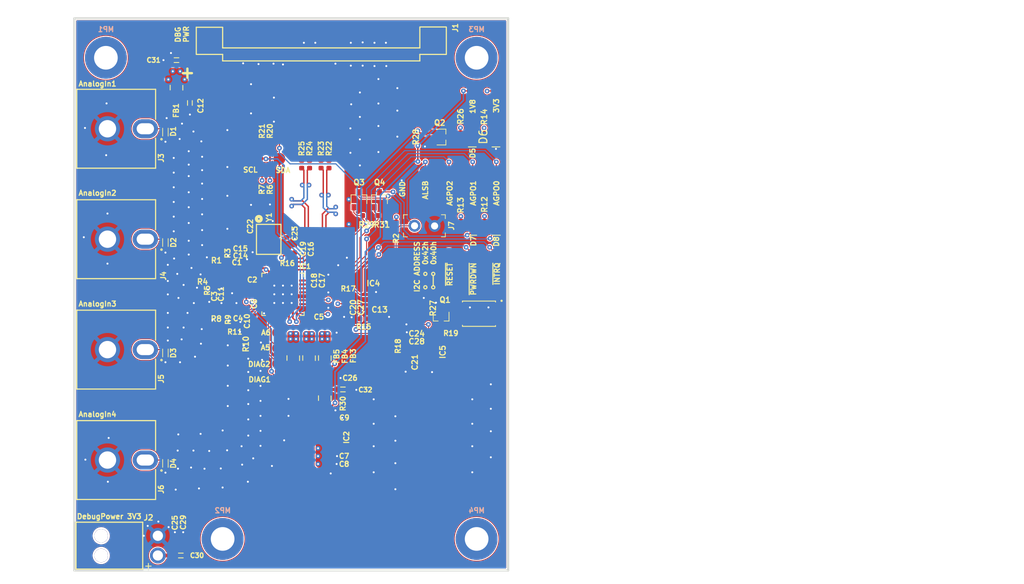
<source format=kicad_pcb>
(kicad_pcb (version 20211014) (generator pcbnew)
  (title_block (title "CVBS-MIPI Bridge") (date "2022-11-04") (rev "1.0.1") (company "Antmicro Ltd.") (comment 1 "www.antmicro.com"))
  (layers (0 "F.Cu" signal) (1 "In1.Cu" power) (2 "In2.Cu" power) (31 "B.Cu" signal) (34 "B.Paste" user) (35 "F.Paste" user) (36 "B.SilkS" user "B.Silkscreen") (37 "F.SilkS" user "F.Silkscreen") (38 "B.Mask" user) (39 "F.Mask" user) (44 "Edge.Cuts" user))
  (net 0 "")
  (net 1 "Net-(C12-Pad1)")
  (net 2 "Net-(D7-Pad1)")
  (net 3 "GND")
  (net 4 "/AIN1_ESD")
  (net 5 "/AIN2_ESD")
  (net 6 "/AIN3_ESD")
  (net 7 "/AIN4_ESD")
  (net 8 "/AIN1")
  (net 9 "/AIN2")
  (net 10 "PVDD_1V8")
  (net 11 "/AIN3")
  (net 12 "3V3_SYS")
  (net 13 "/VREFN")
  (net 14 "/VREFP")
  (net 15 "Net-(C9-Pad1)")
  (net 16 "/AIN4")
  (net 17 "Net-(C13-Pad1)")
  (net 18 "AVDD_1V8")
  (net 19 "DVDD_1V8")
  (net 20 "Net-(C21-Pad1)")
  (net 21 "/XTAL_N")
  (net 22 "/XTAL_P")
  (net 23 "1V8_SYS")
  (net 24 "Net-(IC1-Pad5)")
  (net 25 "Net-(IC1-Pad6)")
  (net 26 "/AGPO1")
  (net 27 "/AGPO0")
  (net 28 "/CSI_A_D0_P")
  (net 29 "/CSI_A_D0_N")
  (net 30 "/CSI_A_CLK_P")
  (net 31 "/CSI_A_CLK_N")
  (net 32 "/RESET")
  (net 33 "/ALSB")
  (net 34 "/SDA")
  (net 35 "/SCL")
  (net 36 "/PWRDWN")
  (net 40 "/RST_IN")
  (net 78 "Net-(J1-Pad39)")
  (net 79 "Net-(J1-Pad40)")
  (net 80 "/CSI_A_D0_R_N")
  (net 81 "/CSI_A_D0_R_P")
  (net 82 "/CSI_A_CLK_R_N")
  (net 83 "/CSI_A_CLK_R_P")
  (net 84 "Net-(D5-Pad2)")
  (net 85 "Net-(D5-Pad1)")
  (net 86 "Net-(D6-Pad1)")
  (net 89 "Net-(D7-Pad2)")
  (net 90 "Net-(D8-Pad1)")
  (net 91 "Net-(D8-Pad2)")
  (net 92 "/AIN1_C")
  (net 93 "/AIN2_C")
  (net 94 "/AIN3_C")
  (net 95 "/AIN4_C")
  (net 96 "Net-(IC1-Pad22)")
  (net 97 "Net-(IC1-Pad25)")
  (net 98 "Net-(IC1-Pad26)")
  (net 99 "Net-(IC1-Pad27)")
  (footprint "cvbs-mipi-bridge-footprints:SW_SPST_4.2x2.8" (layer "F.Cu") (at 163 93.45)
    (fp_text reference "S1")
    (fp_text value "KMR2" hide)
  )
  (footprint "cvbs-mipi-bridge-footprints:0402-cap" (layer "F.Cu") (at 134.8506 86.565 180)
    (fp_text reference "C15")
    (fp_text value "C_10n_0402" hide)
  )
  (footprint "antmicro-footprints:SC70-3" (layer "F.Cu") (at 158.2 93.75 -90)
    (fp_text reference "Q1")
    (fp_text value "BSS138PW" hide)
  )
  (footprint "cvbs-mipi-bridge-footprints:0402-cap_ThermalReliefs_ZoneSizeSettings" (layer "F.Cu") (at 146.859 92.6584 -90)
    (fp_text reference "C27")
    (fp_text value "C_1u_0402")
  )
  (footprint "cvbs-mipi-bridge-footprints:0402-cap" (layer "F.Cu") (at 132.5022 90.7326 -90)
    (fp_text reference "C3")
    (fp_text value "C_100n_0402" hide)
  )
  (footprint "cvbs-mipi-bridge-footprints:SC-70-5" (layer "F.Cu") (at 144.1 109.1)
    (fp_text reference "IC2")
    (fp_text value "TLV70018" hide)
  )
  (footprint "cvbs-mipi-bridge-footprints:TP-R-1.5" (layer "F.Cu") (at 137.55 101.75)
    (fp_text reference "TP4" hide)
    (fp_text value "TP" hide)
  )
  (footprint "cvbs-mipi-bridge-footprints:0402-res" (layer "F.Cu") (at 131.19 87.385 -90)
    (fp_text reference "R3")
    (fp_text value "R_51R_0402" hide)
  )
  (footprint "cvbs-mipi-bridge-footprints:0402-res" (layer "F.Cu") (at 163.7 82.2 90)
    (fp_text reference "R12")
    (fp_text value "R_470R_0402")
  )
  (footprint "cvbs-mipi-bridge-footprints:0402-res" (layer "F.Cu") (at 135.5 72.3 90)
    (fp_text reference "R21")
    (fp_text value "R_0R_0402" hide)
  )
  (footprint "cvbs-mipi-bridge-footprints:0402-res" (layer "F.Cu") (at 136.8322 87.0776)
    (fp_text reference "R16")
    (fp_text value "R_1M0_0402" hide)
  )
  (footprint "cvbs-mipi-bridge-footprints:0402-res" (layer "F.Cu") (at 134.48 97.19 90)
    (fp_text reference "R10")
    (fp_text value "R_24R_0402")
  )
  (footprint "cvbs-mipi-bridge-footprints:TP-R-1.5" (layer "F.Cu") (at 165.2 65.2)
    (fp_text reference "TP5" hide)
    (fp_text value "TP" hide)
  )
  (footprint "cvbs-mipi-bridge-footprints:KLPX-0848A-2-Y" (layer "F.Cu") (at 112 84)
    (fp_text reference "J4")
    (fp_text value "KLPX-0848A-2-Y")
  )
  (footprint "cvbs-mipi-bridge-footprints:0402-res_ThermalReliefs_ZoneSizeSettings" (layer "F.Cu") (at 148.75 81 180)
    (fp_text reference "R29")
    (fp_text value "R_100k_0402")
  )
  (footprint "cvbs-mipi-bridge-footprints:0402-cap" (layer "F.Cu") (at 143.7 111.5 180)
    (fp_text reference "C7")
    (fp_text value "C_100n_0402" hide)
  )
  (footprint "cvbs-mipi-bridge-footprints:0402-cap" (layer "F.Cu") (at 132.67 93.035)
    (fp_text reference "C4")
    (fp_text value "C_100n_0402" hide)
  )
  (footprint "cvbs-mipi-bridge-footprints:1053131102" (layer "F.Cu") (at 122.2875 122.85 -90)
    (fp_text reference "J2")
    (fp_text value "1053131102")
  )
  (footprint "antmicro-footprints:SC70-3" (layer "F.Cu") (at 158.175 71.05)
    (fp_text reference "Q2")
    (fp_text value "BSS138PW" hide)
  )
  (footprint "cvbs-mipi-bridge-footprints:0402-res" (layer "F.Cu") (at 157.1 95.8 180)
    (fp_text reference "R19")
    (fp_text value "R_100k_0402" hide)
  )
  (footprint "cvbs-mipi-bridge-footprints:0805-res" (layer "F.Cu") (at 143.4548 99.0652 90)
    (fp_text reference "FB3")
    (fp_text value "742792022" hide)
  )
  (footprint "cvbs-mipi-bridge-footprints:PinHeader_1x2_P2.54_Drill0.9mm" (layer "F.Cu") (at 154.83 82.3)
    (fp_text reference "J7")
    (fp_text value "61300211121" hide)
  )
  (footprint "cvbs-mipi-bridge-footprints:0402-cap" (layer "F.Cu") (at 134.5022 90.4826 90)
    (fp_text reference "C6")
    (fp_text value "C_100n_0402" hide)
  )
  (footprint "cvbs-mipi-bridge-footprints:0402-res" (layer "F.Cu") (at 131.19 89.765 90)
    (fp_text reference "R5")
    (fp_text value "R_51R_0402" hide)
  )
  (footprint "cvbs-mipi-bridge-footprints:LED_0603" (layer "F.Cu") (at 165.2 82.2 90)
    (fp_text reference "D8")
    (fp_text value "KP-1608ZGC")
  )
  (footprint "cvbs-mipi-bridge-footprints:LED_0603" (layer "F.Cu") (at 162.15 71 90)
    (fp_text reference "D5")
    (fp_text value "KP-1608ZGC" hide)
  )
  (footprint "cvbs-mipi-bridge-footprints:LFCSP-32-1EP-5x5mm" (layer "F.Cu") (at 138.14951 90.98659 180)
    (fp_text reference "IC1")
    (fp_text value "ADV7282-M" hide)
  )
  (footprint "cvbs-mipi-bridge-footprints:0402-cap" (layer "F.Cu") (at 134.0922 84.331 -90)
    (fp_text reference "C22")
    (fp_text value "C_10p_0402" hide)
  )
  (footprint "antmicro-footprints:SC-70-5" (layer "F.Cu") (at 149.559 91.6584 90)
    (fp_text reference "IC4")
    (fp_text value "SN74AUP1G17DCKR")
  )
  (footprint "cvbs-mipi-bridge-footprints:0402-cap" (layer "F.Cu") (at 125.49 122.35 -90)
    (fp_text reference "C29")
    (fp_text value "C_100n_0402")
  )
  (footprint "cvbs-mipi-bridge-footprints:TP-R-1.5" (layer "F.Cu") (at 162.2 85.9 180)
    (fp_text reference "TP9" hide)
    (fp_text value "TP" hide)
  )
  (footprint "cvbs-mipi-bridge-footprints:0402-cap" (layer "F.Cu") (at 138.6322 85.2176 90)
    (fp_text reference "C19")
    (fp_text value "C_10n_0402" hide)
  )
  (footprint "cvbs-mipi-bridge-footprints:0402-res" (layer "F.Cu") (at 148.4 94.1 180)
    (fp_text reference "R15")
    (fp_text value "R_22k_0402" hide)
  )
  (footprint "cvbs-mipi-bridge-footprints:antmicro-logo_scaled_20mm" (layer "F.Cu") (at 155.616231 114.50427 90)
    (fp_text reference "N1" hide)
    (fp_text value "antmicro_logo" hide)
  )
  (footprint "antmicro-footprints:SC70-3" (layer "F.Cu") (at 147.785 79 90)
    (fp_text reference "Q3")
    (fp_text value "BSS138PW" hide)
  )
  (footprint "cvbs-mipi-bridge-footprints:0402-res" (layer "F.Cu") (at 160.7 82.2 90)
    (fp_text reference "R13")
    (fp_text value "R_470R_0402")
  )
  (footprint "cvbs-mipi-bridge-footprints:0402-cap" (layer "F.Cu") (at 132.65 89.28)
    (fp_text reference "C2")
    (fp_text value "C_100n_0402" hide)
  )
  (footprint "cvbs-mipi-bridge-footprints:oshw-logo" (layer "F.Cu") (at 146.73 121.71 90)
    (fp_text reference "N2" hide)
    (fp_text value "oshw_logo" hide)
  )
  (footprint "cvbs-mipi-bridge-footprints:0402-res_ThermalReliefs_ZoneSizeSettings" (layer "F.Cu") (at 150.7 81 180)
    (fp_text reference "R31")
    (fp_text value "R_100k_0402")
  )
  (footprint "cvbs-mipi-bridge-footprints:KLPX-0848A-2-Y" (layer "F.Cu") (at 112 98)
    (fp_text reference "J5")
    (fp_text value "KLPX-0848A-2-Y")
  )
  (footprint "cvbs-mipi-bridge-footprints:TP-R-1.5" (layer "F.Cu") (at 153.2 75.4)
    (fp_text reference "TP13" hide)
    (fp_text value "TP" hide)
  )
  (footprint "cvbs-mipi-bridge-footprints:0402-res" (layer "F.Cu") (at 141.52 74.5 90)
    (fp_text reference "R24")
    (fp_text value "R_0R_0402" hide)
  )
  (footprint "cvbs-mipi-bridge-footprints:0402-res" (layer "F.Cu") (at 163.65 71 -90)
    (fp_text reference "R14")
    (fp_text value "R_470R_0402")
  )
  (footprint "cvbs-mipi-bridge-footprints:SLP1006P2T" (layer "F.Cu") (at 123.2475 98.425 90)
    (fp_text reference "D3")
    (fp_text value "UCLAMP2501T.TCT")
  )
  (footprint "cvbs-mipi-bridge-footprints:0805-res" (layer "F.Cu") (at 124.65 64.8 -90)
    (fp_text reference "FB1")
    (fp_text value "742792022" hide)
  )
  (footprint "cvbs-mipi-bridge-footprints:0402-cap" (layer "F.Cu") (at 124.45 122.35 90)
    (fp_text reference "C25")
    (fp_text value "C_1u_0402")
  )
  (footprint "cvbs-mipi-bridge-footprints:0402-res" (layer "F.Cu") (at 129.72 87.87)
    (fp_text reference "R1")
    (fp_text value "R_24R_0402")
  )
  (footprint "cvbs-mipi-bridge-footprints:SLP1006P2T" (layer "F.Cu") (at 123.2475 70.425 90)
    (fp_text reference "D1")
    (fp_text value "UCLAMP2501T.TCT")
  )
  (footprint "cvbs-mipi-bridge-footprints:WE_68715014522" (layer "F.Cu") (at 143 61.175 180)
    (fp_text reference "J1")
    (fp_text value "WE_68715014522")
  )
  (footprint "cvbs-mipi-bridge-footprints:TP-R-1.5" (layer "F.Cu") (at 159.2 75.4)
    (fp_text reference "TP1" hide)
    (fp_text value "TP" hide)
  )
  (footprint "cvbs-mipi-bridge-footprints:TP-R-1.5" (layer "F.Cu") (at 162.2 75.4 90)
    (fp_text reference "TP10" hide)
    (fp_text value "TP" hide)
  )
  (footprint "cvbs-mipi-bridge-footprints:0402-res" (layer "F.Cu") (at 129.72 89.28)
    (fp_text reference "R4")
    (fp_text value "R_24R_0402")
  )
  (footprint "cvbs-mipi-bridge-footprints:TP-R-1.5" (layer "F.Cu") (at 137.55 99.783332)
    (fp_text reference "TP14" hide)
    (fp_text value "TP" hide)
  )
  (footprint "cvbs-mipi-bridge-footprints:0402-res" (layer "F.Cu") (at 129.72 93.035)
    (fp_text reference "R8")
    (fp_text value "R_24R_0402")
  )
  (footprint "cvbs-mipi-bridge-footprints:0805-res" (layer "F.Cu") (at 141.4548 99.0652 90)
    (fp_text reference "FB4")
    (fp_text value "742792022" hide)
  )
  (footprint "cvbs-mipi-bridge-footprints:0402-res" (layer "F.Cu") (at 135.475 75.325 -90)
    (fp_text reference "R7")
    (fp_text value "R_4k7_0402" hide)
  )
  (footprint "cvbs-mipi-bridge-footprints:0402-res" (layer "F.Cu") (at 140.52 74.5 90)
    (fp_text reference "R25")
    (fp_text value "R_0R_0402" hide)
  )
  (footprint "cvbs-mipi-bridge-footprints:0402-res" (layer "F.Cu") (at 136.5 72.3 90)
    (fp_text reference "R20")
    (fp_text value "R_0R_0402" hide)
  )
  (footprint "cvbs-mipi-bridge-footprints:LED_0603_ThermalReliefs_ZoneSizeSettings" (layer "F.Cu") (at 165.15 71 90)
    (fp_text reference "D6")
    (fp_text value "KP-1608ZGC")
  )
  (footprint "cvbs-mipi-bridge-footprints:0402-cap_ThermalReliefs_ZoneSizeSettings" (layer "F.Cu") (at 155.1 95.8 180)
    (fp_text reference "C28")
    (fp_text value "C_1u_0402")
  )
  (footprint "cvbs-mipi-bridge-footprints:0402-res" (layer "F.Cu") (at 153.7 97.6 90)
    (fp_text reference "R18")
    (fp_text value "R_100k_0402" hide)
  )
  (footprint "cvbs-mipi-bridge-footprints:0603-cap" (layer "F.Cu") (at 126.35 66.73 -90)
    (fp_text reference "C12")
    (fp_text value "C_1u_0603")
  )
  (footprint "cvbs-mipi-bridge-footprints:0402-cap" (layer "F.Cu") (at 133.5022 90.7326 90)
    (fp_text reference "C11")
    (fp_text value "C_10n_0402" hide)
  )
  (footprint "cvbs-mipi-bridge-footprints:TP-R-1.5" (layer "F.Cu") (at 137.6934 73.8124 90)
    (fp_text reference "TP6" hide)
    (fp_text value "TP" hide)
  )
  (footprint "cvbs-mipi-bridge-footprints:0402-res" (layer "F.Cu") (at 136.5 75.325 -90)
    (fp_text reference "R6")
    (fp_text value "R_4k7_0402" hide)
  )
  (footprint "cvbs-mipi-bridge-footprints:0402-res" (layer "F.Cu") (at 146.359 91.1584)
    (fp_text reference "R17")
    (fp_text value "R_100k_0402" hide)
  )
  (footprint "cvbs-mipi-bridge-footprints:0402-cap" (layer "F.Cu") (at 139.63 85.2176 -90)
    (fp_text reference "C16")
    (fp_text value "C_100n_0402" hide)
  )
  (footprint "cvbs-mipi-bridge-footprints:KLPX-0848A-2-Y" (layer "F.Cu") (at 112 70)
    (fp_text reference "J3")
    (fp_text value "KLPX-0848A-2-Y")
  )
  (footprint "cvbs-mipi-bridge-footprints:TP-R-1.5" (layer "F.Cu") (at 159.2 85.9 180)
    (fp_text reference "TP8" hide)
    (fp_text value "TP" hide)
  )
  (footprint "antmicro-footprints:SC-70-5" (layer "F.Cu") (at 156.1 98.5)
    (fp_text reference "IC5")
    (fp_text value "SN74AUP1G17DCKR")
  )
  (footprint "cvbs-mipi-bridge-footprints:0402-cap_ThermalReliefs_ZoneSizeSettings" (layer "F.Cu") (at 155.1 94.8 180)
    (fp_text reference "C24")
    (fp_text value "C_100n_0402")
  )
  (footprint "cvbs-mipi-bridge-footprints:0402-res" (layer "F.Cu") (at 152.5 82.3 -90)
    (fp_text reference "R2")
    (fp_text value "R_1k_0402" hide)
  )
  (footprint "cvbs-mipi-bridge-footprints:0402-cap" (layer "F.Cu") (at 143.1036 91.2114 -90)
    (fp_text reference "C17")
    (fp_text value "C_100n_0402" hide)
  )
  (footprint "cvbs-mipi-bridge-footprints:0402-cap" (layer "F.Cu") (at 143.7 112.5)
    (fp_text reference "C8")
    (fp_text value "C_1u_0402" hide)
  )
  (footprint "cvbs-mipi-bridge-footprints:0603-cap" (layer "F.Cu") (at 125.2 124.1)
    (fp_text reference "C30")
    (fp_text value "C_10u_0603")
  )
  (footprint "cvbs-mipi-bridge-footprints:0402-cap_ThermalReliefs_ZoneSizeSettings" (layer "F.Cu") (at 153.7 99.6 -90)
    (fp_text reference "C21")
    (fp_text value "C_100n_0402")
  )
  (footprint "cvbs-mipi-bridge-footprints:0603-cap" (layer "F.Cu") (at 124.65 61.3 180)
    (fp_text reference "C31")
    (fp_text value "C_10u_0603")
  )
  (footprint "cvbs-mipi-bridge-footprints:0402-res" (layer "F.Cu") (at 131.2 92.55 -90)
    (fp_text reference "R9")
    (fp_text value "R_51R_0402" hide)
  )
  (footprint "cvbs-mipi-bridge-footprints:TP-R-1.5" (layer "F.Cu") (at 165.2 75.4 90)
    (fp_text reference "TP11" hide)
    (fp_text value "TP" hide)
  )
  (footprint "cvbs-mipi-bridge-footprints:0805-res" (layer "F.Cu") (at 139.4548 99.0652 90)
    (fp_text reference "FB5")
    (fp_text value "742792022" hide)
  )
  (footprint "cvbs-mipi-bridge-footprints:0402-cap" (layer "F.Cu") (at 142.0836 91.2144 90)
    (fp_text reference "C18")
    (fp_text value "C_10n_0402" hide)
  )
  (footprint "cvbs-mipi-bridge-footprints:KLPX-0848A-2-Y" (layer "F.Cu") (at 112 112)
    (fp_text reference "J6")
    (fp_text value "KLPX-0848A-2-Y")
  )
  (footprint "cvbs-mipi-bridge-footprints:0402-res_ThermalReliefs_ZoneSizeSettings" (layer "F.Cu") (at 156 92.75 -90)
    (fp_text reference "R27")
    (fp_text value "R_100k_0402")
  )
  (footprint "cvbs-mipi-bridge-footprints:TP-R-1.5" (layer "F.Cu") (at 137.55 97.816666)
    (fp_text reference "TP15" hide)
    (fp_text value "TP" hide)
  )
  (footprint "cvbs-mipi-bridge-footprints:0402-cap_ThermalReliefs_ZoneSizeSettings" (layer "F.Cu") (at 145.88031 92.6584 -90)
    (fp_text reference "C20")
    (fp_text value "C_100n_0402")
  )
  (footprint "cvbs-mipi-bridge-footprints:SLP1006P2T" (layer "F.Cu") (at 123.2475 84.425 90)
    (fp_text reference "D2")
    (fp_text value "UCLAMP2501T.TCT")
  )
  (footprint "cvbs-mipi-bridge-footprints:0603-cap" (layer "F.Cu") (at 145.75 103.05)
    (fp_text reference "C32")
    (fp_text value "C_10u_0603")
  )
  (footprint "cvbs-mipi-bridge-footprints:TP-R-1.5" (layer "F.Cu") (at 134.3152 73.787 90)
    (fp_text reference "TP7" hide)
    (fp_text value "TP" hide)
  )
  (footprint "cvbs-mipi-bridge-footprints:TP-R-1.5" (layer "F.Cu") (at 156.2 75.4)
    (fp_text reference "TP12" hide)
    (fp_text value "TP" hide)
  )
  (footprint "cvbs-mipi-bridge-footprints:TP-R-1.5" (layer "F.Cu") (at 162.2 65.2)
    (fp_text reference "TP3" hide)
    (fp_text value "TP" hide)
  )
  (footprint "cvbs-mipi-bridge-footprints:0402-cap" (layer "F.Cu") (at 138.65 83.285 90)
    (fp_text reference "C23")
    (fp_text value "C_10p_0402" hide)
  )
  (footprint "cvbs-mipi-bridge-footprints:KX-7" (layer "F.Cu") (at 136.39 83.9734 -90)
    (fp_text reference "Y1")
    (fp_text value "ABM8G-28.63636MHZ-18-D2Y-T" hide)
  )
  (footprint "cvbs-mipi-bridge-footprints:0402-res" (layer "F.Cu") (at 160.65 70.985 -90)
    (fp_text reference "R26")
    (fp_text value "R_470R_0402")
  )
  (footprint "cvbs-mipi-bridge-footprints:LED_0603" (layer "F.Cu") (at 162.2 82.2 90)
    (fp_text reference "D7")
    (fp_text value "KP-1608ZGC")
  )
  (footprint "cvbs-mipi-bridge-footprints:SLP1006P2T" (layer "F.Cu") (at 123.2475 112.425 90)
    (fp_text reference "D4")
    (fp_text value "UCLAMP2501T.TCT")
  )
  (footprint "cvbs-mipi-bridge-footprints:TP-R-1.5" (layer "F.Cu") (at 165.2 85.9 180)
    (fp_text reference "TP2" hide)
    (fp_text value "TP" hide)
  )
  (footprint "cvbs-mipi-bridge-footprints:0402-cap" (layer "F.Cu") (at 134.85 87.55)
    (fp_text reference "C14")
    (fp_text value "C_100n_0402" hide)
  )
  (footprint "cvbs-mipi-bridge-footprints:0402-cap" (layer "F.Cu") (at 144.15 106.65)
    (fp_text reference "C9")
    (fp_text value "C_1u_0402" hide)
  )
  (footprint "cvbs-mipi-bridge-footprints:0402-res" (layer "F.Cu") (at 134 95.75)
    (fp_text reference "R11")
    (fp_text value "R_51R_0402" hide)
  )
  (footprint "cvbs-mipi-bridge-footprints:0402-cap" (layer "F.Cu") (at 144.15 101.6 180)
    (fp_text reference "C26")
    (fp_text value "C_100n_0402" hide)
  )
  (footprint "cvbs-mipi-bridge-footprints:0402-cap" (layer "F.Cu") (at 132.65 87.87)
    (fp_text reference "C1")
    (fp_text value "C_100n_0402" hide)
  )
  (footprint "cvbs-mipi-bridge-footprints:0402-res" (layer "F.Cu") (at 142.98 74.5 90)
    (fp_text reference "R23")
    (fp_text value "R_0R_0402" hide)
  )
  (footprint "antmicro-footprints:SC70-3" (layer "F.Cu") (at 150.385 79 90)
    (fp_text reference "Q4")
    (fp_text value "BSS138PW" hide)
  )
  (footprint "cvbs-mipi-bridge-footprints:0805-res" (layer "F.Cu") (at 143.45 104.15 90)
    (fp_text reference "R30")
    (fp_text value "R_0R_0805")
  )
  (footprint "cvbs-mipi-bridge-footprints:0402-res" (layer "F.Cu") (at 143.98 74.5 90)
    (fp_text reference "R22")
    (fp_text value "R_0R_0402" hide)
  )
  (footprint "cvbs-mipi-bridge-footprints:TP-R-1.5" (layer "F.Cu") (at 137.55 95.85)
    (fp_text reference "TP16" hide)
    (fp_text value "TP" hide)
  )
  (footprint "cvbs-mipi-bridge-footprints:0402-cap" (layer "F.Cu") (at 142.7022 92.7176 180)
    (fp_text reference "C5")
    (fp_text value "C_100n_0402" hide)
  )
  (footprint "cvbs-mipi-bridge-footprints:0402-res_ThermalReliefs_ZoneSizeSettings" (layer "F.Cu") (at 156.175 71.05 90)
    (fp_text reference "R28")
    (fp_text value "R_100k_0402")
  )
  (footprint "cvbs-mipi-bridge-footprints:0402-cap" (layer "F.Cu") (at 134.48 94.24 90)
    (fp_text reference "C10")
    (fp_text value "C_100n_0402" hide)
  )
  (footprint "cvbs-mipi-bridge-footprints:0402-cap_ThermalReliefs_ZoneSizeSettings" (layer "F.Cu") (at 150.4 94.1)
    (fp_text reference "C13")
    (fp_text value "C_100n_0402")
  )
  (footprint "cvbs-mipi-bridge-footprints:9774030243R" (layer "B.Cu") (at 162.7 61 180)
    (fp_text reference "MP3")
    (fp_text value "9774030243R" hide)
  )
  (footprint "cvbs-mipi-bridge-footprints:9774030243R" (layer "B.Cu") (at 115.7 61 -90)
    (fp_text reference "MP1")
    (fp_text value "9774030243R" hide)
  )
  (footprint "cvbs-mipi-bridge-footprints:9774030243R" (layer "B.Cu") (at 162.7 122.174 180)
    (fp_text reference "MP4")
    (fp_text value "9774030243R" hide)
  )
  (footprint "cvbs-mipi-bridge-footprints:9774030243R" (layer "B.Cu") (at 130.59 122.174 90)
    (fp_text reference "MP2")
    (fp_text value "9774030243R" hide)
  )
  (gr_circle (center 157.2 88.4) (end 157.4 88.4) (layer "F.SilkS") (width 0.15) (fill none))
  (gr_circle (center 156.2 90.1) (end 156.4 90.1) (layer "F.SilkS") (width 0.15) (fill none))
  (gr_circle (center 157.2 90.1) (end 157.4 90.1) (layer "F.SilkS") (width 0.15) (fill none))
  (gr_circle (center 156.2 88.4) (end 156.4 88.4) (layer "F.SilkS") (width 0.15) (fill none))
  (gr_line (start 157.2 89.9) (end 157.2 88.6) (layer "F.SilkS") (width 0.15))
  (gr_line (start 111.7 126) (end 111.7 56) (layer "Edge.Cuts") (width 0.254))
  (gr_line (start 166.7 126) (end 166.7 56) (layer "Edge.Cuts") (width 0.254))
  (gr_line (start 111.7 56) (end 166.7 56) (layer "Edge.Cuts") (width 0.254))
  (gr_line (start 111.7 126) (end 166.7 126) (layer "Edge.Cuts") (width 0.254))
  (gr_text "AGPO2" (at 159.3 79.85 90) (layer "F.SilkS") (effects (font (size 0.65 0.65)) (justify left)))
  (gr_text "DIAG1" (at 133.7 101.8) (layer "F.SilkS") (effects (font (size 0.65 0.65)) (justify left)))
  (gr_text "SCL" (at 133.0198 75.2094) (layer "F.SilkS") (effects (font (size 0.65 0.65)) (justify left)))
  (gr_text "+" (at 125.925 62.95 90) (layer "F.SilkS") (effects (font (size 1.5 1.5) (thickness 0.3))))
  (gr_text "AnalogIn1" (at 112.15 64.3) (layer "F.SilkS") (effects (font (size 0.65 0.65)) (justify left)))
  (gr_text "DebugPower 3V3" (at 111.95 119.15) (layer "F.SilkS") (effects (font (size 0.65 0.65)) (justify left)))
  (gr_text "DBG\nPWR" (at 125.36 59.14 90) (layer "F.SilkS") (effects (font (size 0.65 0.65)) (justify left)))
  (gr_text "AGPO0" (at 165.225 79.85 90) (layer "F.SilkS") (effects (font (size 0.65 0.65)) (justify left)))
  (gr_text "ALSB" (at 156.2 79.05 90) (layer "F.SilkS") (effects (font (size 0.65 0.65)) (justify left)))
  (gr_text "~{INTRQ}" (at 165.3 89.9 90) (layer "F.SilkS") (effects (font (size 0.65 0.65)) (justify left)))
  (gr_text "SDA" (at 137.1346 75.2602) (layer "F.SilkS") (effects (font (size 0.65 0.65)) (justify left)))
  (gr_text "AGPO1" (at 162.275 79.85 90) (layer "F.SilkS") (effects (font (size 0.65 0.65)) (justify left)))
  (gr_text "DIAG2" (at 133.65 99.85) (layer "F.SilkS") (effects (font (size 0.65 0.65)) (justify left)))
  (gr_text "A5" (at 135.25 97.75) (layer "F.SilkS") (effects (font (size 0.65 0.65)) (justify left)))
  (gr_text "GND" (at 153.3 78.75 90) (layer "F.SilkS") (effects (font (size 0.65 0.65)) (justify left)))
  (gr_text "~{PWRDWN}" (at 162.3 91.2 90) (layer "F.SilkS") (effects (font (size 0.65 0.65)) (justify left)))
  (gr_text "AnalogIn3" (at 112.15 92.2) (layer "F.SilkS") (effects (font (size 0.65 0.65)) (justify left)))
  (gr_text "~{RESET}" (at 159.3 90.025 90) (layer "F.SilkS") (effects (font (size 0.65 0.65)) (justify left)))
  (gr_text "AnalogIn4" (at 112.15 106.2) (layer "F.SilkS") (effects (font (size 0.65 0.65)) (justify left)))
  (gr_text "I2C ADDRESS\n       0x42h\n       0x40h" (at 156.2 90.8 90) (layer "F.SilkS") (effects (font (size 0.65 0.65)) (justify left)))
  (gr_text "A6" (at 135.3 95.85) (layer "F.SilkS") (effects (font (size 0.65 0.65)) (justify left)))
  (gr_text "AnalogIn2\n" (at 112.15 78.15) (layer "F.SilkS") (effects (font (size 0.65 0.65)) (justify left)))
  (gr_text "1V8" (at 162.2 68.175 90) (layer "F.SilkS") (effects (font (size 0.65 0.65)) (justify left)))
  (gr_text "3V3" (at 165.2 68.075 90) (layer "F.SilkS") (effects (font (size 0.65 0.65)) (justify left)))
  (segment (start 132.25 60.575) (end 132.25 61.575) (width 0.3) (layer "F.Cu") (net 1))
  (segment (start 131.75 60.575) (end 131.75 61.575) (width 0.3) (layer "F.Cu") (net 1))
  (segment (start 160.965 82.685) (end 162.2 81.45) (width 0.125) (layer "F.Cu") (net 2))
  (segment (start 160.7 82.685) (end 160.965 82.685) (width 0.125) (layer "F.Cu") (net 2))
  (segment (start 139.65 83.95) (end 139.65 84.7475) (width 0.2) (layer "F.Cu") (net 3))
  (segment (start 149.235 80.585) (end 149.05 80.4) (width 0.2) (layer "F.Cu") (net 3))
  (segment (start 153.85 95.8) (end 154.6475 95.8) (width 0.2) (layer "F.Cu") (net 3))
  (segment (start 123.25 99.6) (end 123.25 98.8025) (width 0.2) (layer "F.Cu") (net 3))
  (segment (start 145.88031 93.1434) (end 146.859 93.1434) (width 0.125) (layer "F.Cu") (net 3))
  (segment (start 123.25 71.65) (end 123.25 70.8525) (width 0.2) (layer "F.Cu") (net 3))
  (segment (start 123.25 85.7) (end 123.25 84.9025) (width 0.2) (layer "F.Cu") (net 3))
  (segment (start 150.2584 91.0084) (end 150.659 91.0084) (width 0.2) (layer "F.Cu") (net 3))
  (segment (start 133.5022 90.2476) (end 132.1524 90.2476) (width 0.2) (layer "F.Cu") (net 3))
  (segment (start 150.8 79.25) (end 148.65 79.25) (width 0.2) (layer "F.Cu") (net 3))
  (segment (start 134.8372 84.816) (end 134.0922 84.816) (width 0.125) (layer "F.Cu") (net 3))
  (segment (start 143.8794 90.7294) (end 143.9 90.75) (width 0.2) (layer "F.Cu") (net 3))
  (segment (start 123.95 60.4) (end 123.95 61.3) (width 0.4) (layer "F.Cu") (net 3))
  (segment (start 148.435 79.465) (end 148.435 79.95) (width 0.2) (layer "F.Cu") (net 3))
  (segment (start 138.6322 84.7326) (end 139.6472 84.7326) (width 0.15) (layer "F.Cu") (net 3))
  (segment (start 139.89951 92.73658) (end 140.69951 92.73658) (width 0.2) (layer "F.Cu") (net 3))
  (segment (start 146.5 103.1) (end 146.45 103.05) (width 0.2) (layer "F.Cu") (net 3))
  (segment (start 161.85 92.65) (end 161.0525 92.65) (width 0.2) (layer "F.Cu") (net 3))
  (segment (start 151.035 79.95) (end 151.035 79.485) (width 0.2) (layer "F.Cu") (net 3))
  (segment (start 135.4422 85.421) (end 134.8372 84.816) (width 0.125) (layer "F.Cu") (net 3))
  (segment (start 165.15 72.55) (end 165.15 71.7525) (width 0.2) (layer "F.Cu") (net 3))
  (segment (start 125.5 121.15) (end 125.5 121.9475) (width 0.2) (layer "F.Cu") (net 3))
  (segment (start 149.235 81) (end 149.235 80.585) (width 0.2) (layer "F.Cu") (net 3))
  (segment (start 126.35 68.2) (end 126.35 67.4025) (width 0.2) (layer "F.Cu") (net 3))
  (segment (start 150.885 94.1) (end 151.35 94.1) (width 0.2) (layer "F.Cu") (net 3))
  (segment (start 131.7 90.7) (end 131.7 90.85) (width 0.2) (layer "F.Cu") (net 3))
  (segment (start 138.75306 91.23658) (end 140.69951 91.23658) (width 0.2) (layer "F.Cu") (net 3))
  (segment (start 148.65 79.25) (end 148.435 79.465) (width 0.2) (layer "F.Cu") (net 3))
  (segment (start 123.25 70.8525) (end 123.2475 70.85) (width 0.2) (layer "F.Cu") (net 3))
  (segment (start 139.45 82.8) (end 138.6525 82.8) (width 0.2) (layer "F.Cu") (net 3))
  (segment (start 151.2 81.75) (end 151.2 80.9525) (width 0.2) (layer "F.Cu") (net 3))
  (segment (start 156.15 72.25) (end 156.15 71.4525) (width 0.2) (layer "F.Cu") (net 3))
  (segment (start 130.35 92.1) (end 131.1475 92.1) (width 0.2) (layer "F.Cu") (net 3))
  (segment (start 151.185 81) (end 151.185 80.535) (width 0.2) (layer "F.Cu") (net 3))
  (segment (start 147.45 103.1) (end 146.5 103.1) (width 0.4) (layer "F.Cu") (net 3))
  (segment (start 157.225 71.7) (end 156.34 71.7) (width 0.125) (layer "F.Cu") (net 3))
  (segment (start 131.2 86.1) (end 131.2 86.8975) (width 0.2) (layer "F.Cu") (net 3))
  (segment (start 136.85 81.7) (end 136.85 82.4975) (width 0.2) (layer "F.Cu") (net 3))
  (segment (start 164.2 92.65) (end 164.9975 92.65) (width 0.2) (layer "F.Cu") (net 3))
  (segment (start 153.2 76.55) (end 153.2 75.7525) (width 0.2) (layer "F.Cu") (net 3))
  (segment (start 145.9 93.85) (end 145.9 93.0525) (width 0.2) (layer "F.Cu") (net 3))
  (segment (start 149.05 80.4) (end 149.05 80.2) (width 0.2) (layer "F.Cu") (net 3))
  (segment (start 134.3656 87.5494) (end 134.365 87.55) (width 0.2) (layer "F.Cu") (net 3))
  (segment (start 153.8 94.8) (end 154.5975 94.8) (width 0.2) (layer "F.Cu") (net 3))
  (segment (start 139.6522 84.7326) (end 139.6472 84.7326) (width 0.15) (layer "F.Cu") (net 3))
  (segment (start 151.035 80.385) (end 151.035 79.95) (width 0.2) (layer "F.Cu") (net 3))
  (segment (start 143.8824 92.7176) (end 143.9 92.7) (width 0.2) (layer "F.Cu") (net 3))
  (segment (start 123 61.3) (end 123.95 61.3) (width 0.4) (layer "F.Cu") (net 3))
  (segment (start 146.85 93.9) (end 146.85 93.1025) (width 0.2) (layer "F.Cu") (net 3))
  (segment (start 149.95 90.7) (end 150.2584 91.0084) (width 0.2) (layer "F.Cu") (net 3))
  (segment (start 124.45 121.15) (end 124.45 121.9475) (width 0.2) (layer "F.Cu") (net 3))
  (segment (start 132.1524 90.2476) (end 131.7 90.7) (width 0.2) (layer "F.Cu") (net 3))
  (segment (start 144.95 112.5) (end 144.1525 112.5) (width 0.2) (layer "F.Cu") (net 3))
  (segment (start 134.3 85.65) (end 135.0975 85.65) (width 0.2) (layer "F.Cu") (net 3))
  (segment (start 145.45 101.6) (end 144.6525 101.6) (width 0.2) (layer "F.Cu") (net 3))
  (segment (start 156 91.45) (end 156 92.2475) (width 0.2) (layer "F.Cu") (net 3))
  (segment (start 142.0836 90.7294) (end 143.8794 90.7294) (width 0.2) (layer "F.Cu") (net 3))
  (segment (start 151.185 80.535) (end 151.035 80.385) (width 0.2) (layer "F.Cu") (net 3))
  (segment (start 143.1872 92.7176) (end 143.8824 92.7176) (width 0.2) (layer "F.Cu") (net 3))
  (segment (start 134.3656 86.565) (end 134.3656 87.5494) (width 0.2) (layer "F.Cu") (net 3))
  (segment (start 148.8 79.95) (end 148.435 79.95) (width 0.2) (layer "F.Cu") (net 3))
  (segment (start 151.035 79.485) (end 150.8 79.25) (width 0.2) (layer "F.Cu") (net 3))
  (segment (start 132.7025 95.75) (end 133.5 95.75) (width 0.2) (layer "F.Cu") (net 3))
  (segment (start 133.6 86.55) (end 134.3975 86.55) (width 0.2) (layer "F.Cu") (net 3))
  (segment (start 130.35 90.25) (end 131.1475 90.25) (width 0.2) (layer "F.Cu") (net 3))
  (segment (start 145 111.5) (end 144.2025 111.5) (width 0.2) (layer "F.Cu") (net 3))
  (segment (start 149.05 80.2) (end 148.8 79.95) (width 0.2) (layer "F.Cu") (net 3))
  (segment (start 151.35 94.1) (end 151.6 93.85) (width 0.2) (layer "F.Cu") (net 3))
  (segment (start 123.25 113.6) (end 123.25 112.8025) (width 0.2) (layer "F.Cu") (net 3))
  (segment (start 153.7 100.8) (end 153.7 100.0025) (width 0.2) (layer "F.Cu") (net 3))
  (segment (start 157.55 92.05) (end 157.55 92.8475) (width 0.2) (layer "F.Cu") (net 3))
  (via (at 146.5 82.1) (size 0.6) (drill 0.25) (layers "F.Cu" "B.Cu") (net 3))
  (via (at 131.099999 70.16852) (size 0.6) (drill 0.25) (layers "F.Cu" "B.Cu") (net 3))
  (via (at 134.1 64.35) (size 0.6) (drill 0.25) (layers "F.Cu" "B.Cu") (net 3))
  (via (at 149.75 59.1) (size 0.6) (drill 0.25) (layers "F.Cu" "B.Cu") (net 3))
  (via (at 132.7025 95.75) (size 0.6) (drill 0.25) (layers "F.Cu" "B.Cu") (net 3))
  (via (at 144.2 113.7) (size 0.6) (drill 0.25) (layers "F.Cu" "B.Cu") (net 3))
  (via (at 123.55 89.3) (size 0.6) (drill 0.25) (layers "F.Cu" "B.Cu") (net 3))
  (via (at 127.8 71.6) (size 0.6) (drill 0.25) (layers "F.Cu" "B.Cu") (net 3))
  (via (at 131.2 86.1) (size 0.6) (drill 0.25) (layers "F.Cu" "B.Cu") (net 3))
  (via (at 143.9 92.7) (size 0.6) (drill 0.25) (layers "F.Cu" "B.Cu") (net 3))
  (via (at 124.840385 113.091131) (size 0.6) (drill 0.25) (layers "F.Cu" "B.Cu") (net 3))
  (via (at 135.3 102.6) (size 0.6) (drill 0.25) (layers "F.Cu" "B.Cu") (net 3))
  (via (at 127.9 75.25) (size 0.6) (drill 0.25) (layers "F.Cu" "B.Cu") (net 3))
  (via (at 124.55 115.75) (size 0.6) (drill 0.25) (layers "F.Cu" "B.Cu") (net 3))
  (via (at 156 91.45) (size 0.6) (drill 0.25) (layers "F.Cu" "B.Cu") (net 3))
  (via (at 131.7 90.85) (size 0.6) (drill 0.25) (layers "F.Cu" "B.Cu") (net 3))
  (via (at 152.4 115.7) (size 0.6) (drill 0.25) (layers "F.Cu" "B.Cu") (net 3))
  (via (at 134.1 79.65) (size 0.6) (drill 0.25) (layers "F.Cu" "B.Cu") (net 3))
  (via (at 126.8 70.35) (size 0.6) (drill 0.25) (layers "F.Cu" "B.Cu") (net 3))
  (via (at 131.099999 78.5) (size 0.6) (drill 0.25) (layers "F.Cu" "B.Cu") (net 3))
  (via (at 125.55 89.8) (size 0.6) (drill 0.25) (layers "F.Cu" "B.Cu") (net 3))
  (via (at 112.9 83.75) (size 0.6) (drill 0.25) (layers "F.Cu" "B.Cu") (net 3))
  (via (at 164.5 102.4) (size 0.6) (drill 0.25) (layers "F.Cu" "B.Cu") (net 3))
  (via (at 125.1 99.6) (size 0.6) (drill 0.25) (layers "F.Cu" "B.Cu") (net 3))
  (via (at 162.15 104.3) (size 0.6) (drill 0.25) (layers "F.Cu" "B.Cu") (net 3))
  (via (at 126.8 110.8) (size 0.6) (drill 0.25) (layers "F.Cu" "B.Cu") (net 3))
  (via (at 115.9 87.1) (size 0.6) (drill 0.25) (layers "F.Cu" "B.Cu") (net 3))
  (via (at 138.14951 89.88659) (size 0.6) (drill 0.25) (layers "F.Cu" "B.Cu") (net 3))
  (via (at 143.9 90.75) (size 0.6) (drill 0.25) (layers "F.Cu" "B.Cu") (net 3))
  (via (at 128.8 91.95) (size 0.6) (drill 0.25) (layers "F.Cu" "B.Cu") (net 3))
  (via (at 137.04951 90.98659) (size 0.6) (drill 0.25) (layers "F.Cu" "B.Cu") (net 3))
  (via (at 131.15 97.455846) (size 0.6) (drill 0.25) (layers "F.Cu" "B.Cu") (net 3))
  (via (at 126.2 81.95) (size 0.6) (drill 0.25) (layers "F.Cu" "B.Cu") (net 3))
  (via (at 127.705711 108.682499) (size 0.6) (drill 0.25) (layers "F.Cu" "B.Cu") (net 3))
  (via (at 131.069389 110.764604) (size 0.6) (drill 0.25) (layers "F.Cu" "B.Cu") (net 3))
  (via (at 123.55 91) (size 0.6) (drill 0.25) (layers "F.Cu" "B.Cu") (net 3))
  (via (at 113.1 111.95) (size 0.6) (drill 0.25) (layers "F.Cu" "B.Cu") (net 3))
  (via (at 131.3 94.3) (size 0.6) (drill 0.25) (layers "F.Cu" "B.Cu") (net 3))
  (via (at 123.25 71.65) (size 0.6) (drill 0.25) (layers "F.Cu" "B.Cu") (net 3))
  (via (at 126.05 93.35) (size 0.6) (drill 0.25) (layers "F.Cu" "B.Cu") (net 3))
  (via (at 152.4 112.4) (size 0.6) (drill 0.25) (layers "F.Cu" "B.Cu") (net 3))
  (via (at 126.2 76) (size 0.6) (drill 0.25) (layers "F.Cu" "B.Cu") (net 3))
  (via (at 132.9 110.25) (size 0.6) (drill 0.25) (layers "F.Cu" "B.Cu") (net 3))
  (via (at 148.25 59.05) (size 0.6) (drill 0.25) (layers "F.Cu" "B.Cu") (net 3))
  (via (at 130.5 108.25) (size 0.6) (drill 0.25) (layers "F.Cu" "B.Cu") (net 3))
  (via (at 130.494941 115.481248) (size 0.6) (drill 0.25) (layers "F.Cu" "B.Cu") (net 3))
  (via (at 123.25 85.7) (size 0.6) (drill 0.25) (layers "F.Cu" "B.Cu") (net 3))
  (via (at 122.35 119.8) (size 0.6) (drill 0.25) (layers "F.Cu" "B.Cu") (net 3))
  (via (at 157.05 100.85) (size 0.6) (drill 0.25) (layers "F.Cu" "B.Cu") (net 3))
  (via (at 125.55 95.2) (size 0.6) (drill 0.25) (layers "F.Cu" "B.Cu") (net 3))
  (via (at 128.2 113.1) (size 0.6) (drill 0.25) (layers "F.Cu" "B.Cu") (net 3))
  (via (at 135.75 93.4) (size 0.6) (drill 0.25) (layers "F.Cu" "B.Cu") (net 3))
  (via (at 133.75 104.9) (size 0.6) (drill 0.25) (layers "F.Cu" "B.Cu") (net 3))
  (via (at 150.25 69.65) (size 0.6) (drill 0.25) (layers "F.Cu" "B.Cu") (net 3))
  (via (at 144.8 105.7) (size 0.6) (drill 0.25) (layers "F.Cu" "B.Cu") (net 3))
  (via (at 126.2 74.55) (size 0.6) (drill 0.25) (layers "F.Cu" "B.Cu") (net 3))
  (via (at 126.2 78.05) (size 0.6) (drill 0.25) (layers "F.Cu" "B.Cu") (net 3))
  (via (at 137.04951 89.88659) (size 0.6) (drill 0.25) (layers "F.Cu" "B.Cu") (net 3))
  (via (at 164.5 105.5) (size 0.6) (drill 0.25) (layers "F.Cu" "B.Cu") (net 3))
  (via (at 115.734241 73.349999) (size 0.6) (drill 0.25) (layers "F.Cu" "B.Cu") (net 3))
  (via (at 131.099999 74.85) (size 0.6) (drill 0.25) (layers "F.Cu" "B.Cu") (net 3))
  (via (at 152.65 67.7) (size 0.6) (drill 0.25) (layers "F.Cu" "B.Cu") (net 3))
  (via (at 130.263889 113.066919) (size 0.6) (drill 0.25) (layers "F.Cu" "B.Cu") (net 3))
  (via (at 123.55 95.2) (size 0.6) (drill 0.25) (layers "F.Cu" "B.Cu") (net 3))
  (via (at 125.35 69.35) (size 0.6) (drill 0.25) (layers "F.Cu" "B.Cu") (net 3))
  (via (at 143.9 88.5) (size 0.6) (drill 0.25) (layers "F.Cu" "B.Cu") (net 3))
  (via (at 132.75 94.5) (size 0.6) (drill 0.25) (layers "F.Cu" "B.Cu") (net 3))
  (via (at 147.9 71.35) (size 0.6) (drill 0.25) (layers "F.Cu" "B.Cu") (net 3))
  (via (at 127.9 84.75) (size 0.6) (drill 0.25) (layers "F.Cu" "B.Cu") (net 3))
  (via (at 136.5 79.6) (size 0.6) (drill 0.25) (layers "F.Cu" "B.Cu") (net 3))
  (via (at 128.8 110.85) (size 0.6) (drill 0.25) (layers "F.Cu" "B.Cu") (net 3))
  (via (at 136.75 112.75) (size 0.6) (drill 0.25) (layers "F.Cu" "B.Cu") (net 3))
  (via (at 146.85 93.9) (size 0.6) (drill 0.25) (layers "F.Cu" "B.Cu") (net 3))
  (via (at 127.85 95.4) (size 0.6) (drill 0.25) (layers "F.Cu" "B.Cu") (net 3))
  (via (at 127.9 80.85) (size 0.6) (drill 0.25) (layers "F.Cu" "B.Cu") (net 3))
  (via (at 124.881615 108.75223) (size 0.6) (drill 0.25) (layers "F.Cu" "B.Cu") (net 3))
  (via (at 126.55 87.65) (size 0.6) (drill 0.25) (layers "F.Cu" "B.Cu") (net 3))
  (via (at 148.25 62) (size 0.6) (drill 0.25) (layers "F.Cu" "B.Cu") (net 3))
  (via (at 134.3 85.65) (size 0.6) (drill 0.25) (layers "F.Cu" "B.Cu") (net 3))
  (via (at 138.14951 90.98659) (size 0.6) (drill 0.25) (layers "F.Cu" "B.Cu") (net 3))
  (via (at 138.3 109.5) (size 0.6) (drill 0.25) (layers "F.Cu" "B.Cu") (net 3))
  (via (at 161.85 92.65) (size 0.6) (drill 0.25) (layers "F.Cu" "B.Cu") (net 3))
  (via (at 140.8 59.1) (size 0.6) (drill 0.25) (layers "F.Cu" "B.Cu") (net 3))
  (via (at 124.3 77.42) (size 0.6) (drill 0.25) (layers "F.Cu" "B.Cu") (net 3))
  (via (at 153.7 100.8) (size 0.6) (drill 0.25) (layers "F.Cu" "B.Cu") (net 3))
  (via (at 131.099999 82.685191) (size 0.6) (drill 0.25) (layers "F.Cu" "B.Cu") (net 3))
  (via (at 145.9 93.85) (size 0.6) (drill 0.25) (layers "F.Cu" "B.Cu") (net 3))
  (via (at 146.7 73.05) (size 0.6) (drill 0.25) (layers "F.Cu" "B.Cu") (net 3))
  (via (at 152.65 71) (size 0.6) (drill 0.25) (layers "F.Cu" "B.Cu") (net 3))
  (via (at 123.55 87.25) (size 0.6) (drill 0.25) (layers "F.Cu" "B.Cu") (net 3))
  (via (at 147.9 68.5) (size 0.6) (drill 0.25) (layers "F.Cu" "B.Cu") (net 3))
  (via (at 137 66.05) (size 0.6) (drill 0.25) (layers "F.Cu" "B.Cu") (net 3))
  (via (at 150.25 63.7) (size 0.6) (drill 0.25) (layers "F.Cu" "B.Cu") (net 3))
  (via (at 139.24951 89.88659) (size 0.6) (drill 0.25) (layers "F.Cu" "B.Cu") (net 3))
  (via (at 138.85 104.25) (size 0.6) (drill 0.25) (layers "F.Cu" "B.Cu") (net 3))
  (via (at 138.85 106.4) (size 0.6) (drill 0.25) (layers "F.Cu" "B.Cu") (net 3))
  (via (at 147.45 103.1) (size 0.6) (drill 0.25) (layers "F.Cu" "B.Cu") (net 3))
  (via (at 139.65 83.95) (size 0.6) (drill 0.25) (layers "F.Cu" "B.Cu") (net 3))
  (via (at 132.25 92.1) (size 0.6) (drill 0.25) (layers "F.Cu" "B.Cu") (net 3))
  (via (at 133.1 61.7) (size 0.6) (drill 0.25) (layers "F.Cu" "B.Cu") (net 3))
  (via (at 149.65 104.3) (size 0.6) (drill 0.25) (layers "F.Cu" "B.Cu") (net 3))
  (via (at 151.2 59.1) (size 0.6) (drill 0.25) (layers "F.Cu" "B.Cu") (net 3))
  (via (at 134.1 68.05) (size 0.6) (drill 0.25) (layers "F.Cu" "B.Cu") (net 3))
  (via (at 157.55 92.05) (size 0.6) (drill 0.25) (layers "F.Cu" "B.Cu") (net 3))
  (via (at 162.15 107.4) (size 0.6) (drill 0.25) (layers "F.Cu" "B.Cu") (net 3))
  (via (at 152.4 106.45) (size 0.6) (drill 0.25) (layers "F.Cu" "B.Cu") (net 3))
  (via (at 124.3 83) (size 0.6) (drill 0.25) (layers "F.Cu" "B.Cu") (net 3))
  (via (at 115.782665 66.788528) (size 0.6) (drill 0.25) (layers "F.Cu" "B.Cu") (net 3))
  (via (at 149.65 110.25) (size 0.6) (drill 0.25) (layers "F.Cu" "B.Cu") (net 3))
  (via (at 135.3 104.5) (size 0.6) (drill 0.25) (layers "F.Cu" "B.Cu") (net 3))
  (via (at 127.9 82.85) (size 0.6) (drill 0.25) (layers "F.Cu" "B.Cu") (net 3))
  (via (at 136.95 61.75) (size 0.6) (drill 0.25) (layers "F.Cu" "B.Cu") (net 3))
  (via (at 133.75 108.898257) (size 0.6) (drill 0.25) (layers "F.Cu" "B.Cu") (net 3))
  (via (at 124.3 79.28) (size 0.6) (drill 0.25) (layers "F.Cu" "B.Cu") (net 3))
  (via (at 153.2 76.55) (size 0.6) (drill 0.25) (layers "F.Cu" "B.Cu") (net 3))
  (via (at 130.35 90.25) (size 0.6) (drill 0.25) (layers "F.Cu" "B.Cu") (net 3))
  (via (at 137 69.1) (size 0.6) (drill 0.25) (layers "F.Cu" "B.Cu") (net 3))
  (via (at 115.9 80.75) (size 0.6) (drill 0.25) (layers "F.Cu" "B.Cu") (net 3))
  (via (at 162.15 110.25) (size 0.6) (drill 0.25) (layers "F.Cu" "B.Cu") (net 3))
  (via (at 135.5 99.3) (size 0.6) (drill 0.25) (layers "F.Cu" "B.Cu") (net 3))
  (via (at 135.3 100.7) (size 0.6) (drill 0.25) (layers "F.Cu" "B.Cu") (net 3))
  (via (at 149.65 107.4) (size 0.6) (drill 0.25) (layers "F.Cu" "B.Cu") (net 3))
  (via (at 149.65 113.55) (size 0.6) (drill 0.25) (layers "F.Cu" "B.Cu") (net 3))
  (via (at 164.5 111.65) (size 0.6) (drill 0.25) (layers "F.Cu" "B.Cu") (net 3))
  (via (at 127.9 76.95) (size 0.6) (drill 0.25) (layers "F.Cu" "B.Cu") (net 3))
  (via (at 133.7 114.75) (size 0.6) (drill 0.25) (layers "F.Cu" "B.Cu") (net 3))
  (via (at 152.65 64.85) (size 0.6) (drill 0.25) (layers "F.Cu" "B.Cu") (net 3))
  (via (at 133.75 106.85) (size 0.6) (drill 0.25) (layers "F.Cu" "B.Cu") (net 3))
  (via (at 121 120.35) (size 0.6) (drill 0.25) (layers "F.Cu" "B.Cu") (net 3))
  (via (at 145 111.5) (size 0.6) (drill 0.25) (layers "F.Cu" "B.Cu") (net 3))
  (via (at 164.2 92.65) (size 0.6) (drill 0.25) (layers "F.Cu" "B.Cu") (net 3))
  (via (at 124.8 110.8) (size 0.6) (drill 0.25) (layers "F.Cu" "B.Cu") (net 3))
  (via (at 144.95 95.85) (size 0.6) (drill 0.25) (layers "F.Cu" "B.Cu") (net 3))
  (via (at 133.75 99.15) (size 0.6) (drill 0.25) (layers "F.Cu" "B.Cu") (net 3))
  (via (at 142.25 59.1) (size 0.6) (drill 0.25) (layers "F.Cu" "B.Cu") (net 3))
  (via (at 139.24951 90.98659) (size 0.6) (drill 0.25) (layers "F.Cu" "B.Cu") (net 3))
  (via (at 124.3 73.7) (size 0.6) (drill 0.25) (layers "F.Cu" "B.Cu") (net 3))
  (via (at 126.85 92.1) (size 0.6) (drill 0.25) (layers "F.Cu" "B.Cu") (net 3))
  (via (at 128.65 90.4) (size 0.6) (drill 0.25) (layers "F.Cu" "B.Cu") (net 3))
  (via (at 133.6 86.55) (size 0.6) (drill 0.25) (layers "F.Cu" "B.Cu") (net 3))
  (via (at 124.75 88.4) (size 0.6) (drill 0.25) (layers "F.Cu" "B.Cu") (net 3))
  (via (at 120.5 121.6) (size 0.6) (drill 0.25) (layers "F.Cu" "B.Cu") (net 3))
  (via (at 125.05 71.3) (size 0.6) (drill 0.25) (layers "F.Cu" "B.Cu") (net 3))
  (via (at 123.95 60.4) (size 0.6) (drill 0.25) (layers "F.Cu" "B.Cu") (net 3))
  (via (at 147.9 65.4) (size 0.6) (drill 0.25) (layers "F.Cu" "B.Cu") (net 3))
  (via (at 124.35 86.45) (size 0.6) (drill 0.25) (layers "F.Cu" "B.Cu") (net 3))
  (via (at 150.25 66.8) (size 0.6) (drill 0.25) (layers "F.Cu" "B.Cu") (net 3))
  (via (at 134.379941 111.783679) (size 0.6) (drill 0.25) (layers "F.Cu" "B.Cu") (net 3))
  (via (at 151.6 93.85) (size 0.6) (drill 0.25) (layers "F.Cu" "B.Cu") (net 3))
  (via (at 123.25 113.6) (size 0.6) (drill 0.25) (layers "F.Cu" "B.Cu") (net 3))
  (via (at 126.2 85.95) (size 0.6) (drill 0.25) (layers "F.Cu" "B.Cu") (net 3))
  (via (at 135.3 106.4) (size 0.6) (drill 0.25) (layers "F.Cu" "B.Cu") (net 3))
  (via (at 151.25 62.05) (size 0.6) (drill 0.25) (layers "F.Cu" "B.Cu") (net 3))
  (via (at 151.2 81.75) (size 0.6) (drill 0.25) (layers "F.Cu" "B.Cu") (net 3))
  (via (at 124.3 75.56) (size 0.6) (drill 0.25) (layers "F.Cu" "B.Cu") (net 3))
  (via (at 156.15 72.25) (size 0.6) (drill 0.25) (layers "F.Cu" "B.Cu") (net 3))
  (via (at 146.8 66.9) (size 0.6) (drill 0.25) (layers "F.Cu" "B.Cu") (net 3))
  (via (at 162.15 113.55) (size 0.6) (drill 0.25) (layers "F.Cu" "B.Cu") (net 3))
  (via (at 127.75 97.25) (size 0.6) (drill 0.25) (layers "F.Cu" "B.Cu") (net 3))
  (via (at 125.3 96.7) (size 0.6) (drill 0.25) (layers "F.Cu" "B.Cu") (net 3))
  (via (at 138.15 61.85) (size 0.6) (drill 0.25) (layers "F.Cu" "B.Cu") (net 3))
  (via (at 145.65 106.65) (size 0.6) (drill 0.25) (layers "F.Cu" "B.Cu") (net 3))
  (via (at 144.8 61.75) (size 0.6) (drill 0.25) (layers "F.Cu" "B.Cu") (net 3))
  (via (at 131.15 100.020564) (size 0.6) (drill 0.25) (layers "F.Cu" "B.Cu") (net 3))
  (via (at 128.5 86.3) (size 0.6) (drill 0.25) (layers "F.Cu" "B.Cu") (net 3))
  (via (at 164.5 108.35) (size 0.6) (drill 0.25) (layers "F.Cu" "B.Cu") (net 3))
  (via (at 125.5 121.15) (size 0.6) (drill 0.25) (layers "F.Cu" "B.Cu") (net 3))
  (via (at 126.35 68.2) (size 0.6) (drill 0.25) (layers "F.Cu" "B.Cu") (net 3))
  (via (at 150.25 72.95) (size 0.6) (drill 0.25) (layers "F.Cu" "B.Cu") (net 3))
  (via (at 126.2 84.2) (size 0.6) (drill 0.25) (layers "F.Cu" "B.Cu") (net 3))
  (via (at 126.5 112.95) (size 0.6) (drill 0.25) (layers "F.Cu" "B.Cu") (net 3))
  (via (at 123.25 99.6) (size 0.6) (drill 0.25) (layers "F.Cu" "B.Cu") (net 3))
  (via (at 146.75 62) (size 0.6) (drill 0.25) (layers "F.Cu" "B.Cu") (net 3))
  (via (at 127 98.9) (size 0.6) (drill 0.25) (layers "F.Cu" "B.Cu") (net 3))
  (via (at 123.55 93.35) (size 0.6) (drill 0.25) (layers "F.Cu" "B.Cu") (net 3))
  (via (at 145.45 101.6) (size 0.6) (drill 0.25) (layers "F.Cu" "B.Cu") (net 3))
  (via (at 139.45 82.8) (size 0.6) (drill 0.25) (layers "F.Cu" "B.Cu") (net 3))
  (via (at 133.75 103.15) (size 0.6) (drill 0.25) (layers "F.Cu" "B.Cu") (net 3))
  (via (at 152.4 109.55) (size 0.6) (drill 0.25) (layers "F.Cu" "B.Cu") (net 3))
  (via (at 153.8 94.8) (size 0.6) (drill 0.25) (layers "F.Cu" "B.Cu") (net 3))
  (via (at 133.75 100.834246) (size 0.6) (drill 0.25) (layers "F.Cu" "B.Cu") (net 3))
  (via (at 123.4 68.65) (size 0.6) (drill 0.25) (layers "F.Cu" "B.Cu") (net 3))
  (via (at 146.25 86.35) (size 0.6) (drill 0.25) (layers "F.Cu" "B.Cu") (net 3))
  (via (at 129.2 94.25) (size 0.6) (drill 0.25) (layers "F.Cu" "B.Cu") (net 3))
  (via (at 146.75 59.1) (size 0.6) (drill 0.25) (layers "F.Cu" "B.Cu") (net 3))
  (via (at 135.3 110.2) (size 0.6) (drill 0.25) (layers "F.Cu" "B.Cu") (net 3))
  (via (at 123.65 120.5) (size 0.6) (drill 0.25) (layers "F.Cu" "B.Cu") (net 3))
  (via (at 124.3 81.14) (size 0.6) (drill 0.25) (layers "F.Cu" "B.Cu") (net 3))
  (via (at 132.975641 112.582678) (size 0.6) (drill 0.25) (layers "F.Cu" "B.Cu") (net 3))
  (via (at 124.45 121.15) (size 0.6) (drill 0.25) (layers "F.Cu" "B.Cu") (net 3))
  (via (at 135.35 77.8) (size 0.6) (drill 0.25) (layers "F.Cu" "B.Cu") (net 3))
  (via (at 127.25 90.15) (size 0.6) (drill 0.25) (layers "F.Cu" "B.Cu") (net 3))
  (via (at 123 61.3) (size 0.6) (drill 0.25) (layers "F.Cu" "B.Cu") (net 3))
  (via (at 130.35 92.1) (size 0.6) (drill 0.25) (layers "F.Cu" "B.Cu") (net 3))
  (via (at 126.2 79.95) (size 0.6) (drill 0.25) (layers "F.Cu" "B.Cu") (net 3))
  (via (at 153.85 95.8) (size 0.6) (drill 0.25) (layers "F.Cu" "B.Cu") (net 3))
  (via (at 131.15 102.585282) (size 0.6) (drill 0.25) (layers "F.Cu" "B.Cu") (net 3))
  (via (at 135.35 97.1) (size 0.6) (drill 0.25) (layers "F.Cu" "B.Cu") (net 3))
  (via (at 127.9 73.55) (size 0.6) (drill 0.25) (layers "F.Cu" "B.Cu") (net 3))
  (via (at 124.9 91.45) (size 0.6) (drill 0.25) (layers "F.Cu" "B.Cu") (net 3))
  (via (at 145.15 87.3) (size 0.6) (drill 0.25) (layers "F.Cu" "B.Cu") (net 3))
  (via (at 146.5 78.95) (size 0.6) (drill 0.25) (layers "F.Cu" "B.Cu") (net 3))
  (via (at 127.699999 88.467819) (size 0.6) (drill 0.25) (layers "F.Cu" "B.Cu") (net 3))
  (via (at 115.95 114.75) (size 0.6) (drill 0.25) (layers "F.Cu" "B.Cu") (net 3))
  (via (at 131.15 105.15) (size 0.6) (drill 0.25) (layers "F.Cu" "B.Cu") (net 3))
  (via (at 127.9 78.9) (size 0.6) (drill 0.25) (layers "F.Cu" "B.Cu") (net 3))
  (via (at 113.05 69.9) (size 0.6) (drill 0.25) (layers "F.Cu" "B.Cu") (net 3))
  (via (at 146.7 69.95) (size 0.6) (drill 0.25) (layers "F.Cu" "B.Cu") (net 3))
  (via (at 147.9 74.65) (size 0.6) (drill 0.25) (layers "F.Cu" "B.Cu") (net 3))
  (via (at 135.3 108.3) (size 0.6) (drill 0.25) (layers "F.Cu" "B.Cu") (net 3))
  (via (at 144.95 112.5) (size 0.6) (drill 0.25) (layers "F.Cu" "B.Cu") (net 3))
  (via (at 165.15 72.55) (size 0.6) (drill 0.25) (layers "F.Cu" "B.Cu") (net 3))
  (via (at 137.04951 92.08659) (size 0.6) (drill 0.25) (layers "F.Cu" "B.Cu") (net 3))
  (via (at 139.24951 92.08659) (size 0.6) (drill 0.25) (layers "F.Cu" "B.Cu") (net 3))
  (via (at 123.55 96.85) (size 0.6) (drill 0.25) (layers "F.Cu" "B.Cu") (net 3))
  (via (at 127.5 115.6) (size 0.6) (drill 0.25) (layers "F.Cu" "B.Cu") (net 3))
  (via (at 138.14951 92.08659) (size 0.6) (drill 0.25) (layers "F.Cu" "B.Cu") (net 3))
  (via (at 135.05 61.8) (size 0.6) (drill 0.25) (layers "F.Cu" "B.Cu") (net 3))
  (via (at 126.2 72.85) (size 0.6) (drill 0.25) (layers "F.Cu" "B.Cu") (net 3))
  (via (at 149.75 62.05) (size 0.6) (drill 0.25) (layers "F.Cu" "B.Cu") (net 3))
  (via (at 149.95 90.7) (size 0.6) (drill 0.25) (layers "F.Cu" "B.Cu") (net 3))
  (via (at 133.15 97.5) (size 0.6) (drill 0.25) (layers "F.Cu" "B.Cu") (net 3))
  (via (at 116.05 109.2) (size 0.6) (drill 0.25) (layers "F.Cu" "B.Cu") (net 3))
  (via (at 136.85 81.7) (size 0.6) (drill 0.25) (layers "F.Cu" "B.Cu") (net 3))
  (segment (start 128.64 87.87) (end 129.235 87.87) (width 0.15) (layer "F.Cu") (net 4))
  (segment (start 127.14 86.37) (end 127.14 73) (width 0.15) (layer "F.Cu") (net 4))
  (segment (start 124.14 70) (end 120.7 70) (width 0.15) (layer "F.Cu") (net 4))
  (arc (start 127.14 73) (mid 126.26132 70.878679) (end 124.14 70) (width 0.15) (layer "F.Cu") (net 4))
  (arc (start 127.14 86.37) (mid 127.579339 87.43066) (end 128.64 87.87) (width 0.15) (layer "F.Cu") (net 4))
  (segment (start 125.37 87.78) (end 125.37 85.5) (width 0.15) (layer "F.Cu") (net 5))
  (segment (start 123.87 84) (end 120.7 84) (width 0.15) (layer "F.Cu") (net 5))
  (segment (start 126.87 89.28) (end 129.235 89.28) (width 0.15) (layer "F.Cu") (net 5))
  (arc (start 125.37 85.5) (mid 124.93066 84.439339) (end 123.87 84) (width 0.15) (layer "F.Cu") (net 5))
  (arc (start 126.87 89.28) (mid 125.809339 88.84066) (end 125.37 87.78) (width 0.15) (layer "F.Cu") (net 5))
  (segment (start 126.747803 96.81788) (end 126.747803 94.552197) (width 0.15) (layer "F.Cu") (net 6))
  (segment (start 128.25 93.05) (end 129.385 93.035) (width 0.15) (layer "F.Cu") (net 6))
  (segment (start 120.7 98) (end 125.25 98) (width 0.15) (layer "F.Cu") (net 6))
  (arc (start 125.25 98) (mid 126.268201 97.601484) (end 126.747803 96.61788) (width 0.15) (layer "F.Cu") (net 6))
  (arc (start 128.25 93.05) (mid 127.189339 93.489339) (end 126.75 94.55) (width 0.15) (layer "F.Cu") (net 6))
  (segment (start 134.48 109) (end 134.48 97.675) (width 0.15) (layer "F.Cu") (net 7))
  (segment (start 131.48 112) (end 120.7 112) (width 0.15) (layer "F.Cu") (net 7))
  (arc (start 131.48 112) (mid 133.601321 111.12132) (end 134.48 109) (width 0.15) (layer "F.Cu") (net 7))
  (segment (start 134.7 88.67) (end 135.266591 89.236591) (width 0.15) (layer "F.Cu") (net 8))
  (segment (start 133.67 87.87) (end 134.47 88.67) (width 0.15) (layer "F.Cu") (net 8))
  (segment (start 134.47 88.67) (end 134.7 88.67) (width 0.15) (layer "F.Cu") (net 8))
  (segment (start 135.266591 89.236591) (end 135.69841 89.236591) (width 0.15) (layer "F.Cu") (net 8))
  (segment (start 133.135 87.87) (end 133.67 87.87) (width 0.15) (layer "F.Cu") (net 8))
  (segment (start 134.68 89.28) (end 133.305 89.28) (width 0.15) (layer "F.Cu") (net 9))
  (segment (start 135.13659 89.73659) (end 134.68 89.28) (width 0.15) (layer "F.Cu") (net 9))
  (segment (start 135.69841 89.73659) (end 135.13659 89.73659) (width 0.15) (layer "F.Cu") (net 9))
  (segment (start 133.5 91.2198) (end 133.5022 91.2176) (width 0.15) (layer "F.Cu") (net 10))
  (segment (start 133.5 91.95) (end 133.5 91.2198) (width 0.15) (layer "F.Cu") (net 10))
  (segment (start 135.0222 91.23659) (end 135.0222 91.259039) (width 0.15) (layer "F.Cu") (net 10))
  (segment (start 133.5022 91.2176) (end 132.5022 91.2176) (width 0.2) (layer "F.Cu") (net 10))
  (segment (start 135.0222 91.259039) (end 134.818639 91.4626) (width 0.15) (layer "F.Cu") (net 10))
  (segment (start 133.7472 91.4626) (end 133.5022 91.2176) (width 0.15) (layer "F.Cu") (net 10))
  (segment (start 135.69841 91.23659) (end 135.0222 91.23659) (width 0.15) (layer "F.Cu") (net 10))
  (segment (start 134.818639 91.4626) (end 133.7472 91.4626) (width 0.15) (layer "F.Cu") (net 10))
  (via (at 133.5 91.95) (size 0.6) (drill 0.25) (layers "F.Cu" "B.Cu") (net 10))
  (via (at 139.1048 96.6552) (size 0.6) (drill 0.25) (layers "F.Cu" "B.Cu") (net 10))
  (via (at 139.1048 95.9552) (size 0.6) (drill 0.25) (layers "F.Cu" "B.Cu") (net 10))
  (via (at 139.8048 96.6552) (size 0.6) (drill 0.25) (layers "F.Cu" "B.Cu") (net 10))
  (via (at 139.8048 95.9552) (size 0.6) (drill 0.25) (layers "F.Cu" "B.Cu") (net 10))
  (segment (start 133.34 93.035) (end 133.915 93.035) (width 0.125) (layer "F.Cu") (net 11))
  (segment (start 133.915 93.035) (end 134.71341 92.23659) (width 0.125) (layer "F.Cu") (net 11))
  (segment (start 134.71341 92.23659) (end 135.69841 92.23659) (width 0.125) (layer "F.Cu") (net 11))
  (segment (start 146.994 92.3084) (end 146.859 92.1734) (width 0.15) (layer "F.Cu") (net 12))
  (segment (start 140.60061 92.23659) (end 141.73619 92.23659) (width 0.15) (layer "F.Cu") (net 12))
  (segment (start 143.85 93.5) (end 142.55 93.5) (width 0.15) (layer "F.Cu") (net 12))
  (segment (start 148.459 92.991) (end 148.459 92.3084) (width 0.15) (layer "F.Cu") (net 12))
  (segment (start 125.35 62.5) (end 125.45 62.6) (width 0.2) (layer "F.Cu") (net 12))
  (segment (start 154.685 97.115) (end 153.7 97.115) (width 0.125) (layer "F.Cu") (net 12))
  (segment (start 156.615 94.83) (end 156.585 94.8) (width 0.125) (layer "F.Cu") (net 12))
  (segment (start 141.73619 92.23659) (end 142.2172 92.7176) (width 0.15) (layer "F.Cu") (net 12))
  (segment (start 164.05 65.2) (end 164.025 65.225) (width 0.125) (layer "F.Cu") (net 12))
  (segment (start 152.5 81.815) (end 152.5 81.2) (width 0.125) (layer "F.Cu") (net 12))
  (segment (start 147.915 94.1) (end 147.915 93.535) (width 0.15) (layer "F.Cu") (net 12))
  (segment (start 145.1 92.1834) (end 145.259 92.1734) (width 0.125) (layer "F.Cu") (net 12))
  (segment (start 154.7 96.685) (end 154.7 97.1) (width 0.125) (layer "F.Cu") (net 12))
  (segment (start 160.65 70.5) (end 160.65 69.875) (width 0.125) (layer "F.Cu") (net 12))
  (segment (start 148.459 92.3084) (end 146.994 92.3084) (width 0.15) (layer "F.Cu") (net 12))
  (segment (start 155.585 95.8) (end 155.585 94.8) (width 0.125) (layer "F.Cu") (net 12))
  (segment (start 152.5 81.2) (end 152.525 81.175) (width 0.125) (layer "F.Cu") (net 12))
  (segment (start 135.5 76.55) (end 135.5 75.81) (width 0.125) (layer "F.Cu") (net 12))
  (segment (start 122.2875 124.1) (end 122.29 124.1) (width 0.5) (layer "F.Cu") (net 12))
  (segment (start 122.35 124.1) (end 124.5 124.1) (width 0.5) (layer "F.Cu") (net 12))
  (segment (start 145.88031 92.1734) (end 146.859 92.1734) (width 0.125) (layer "F.Cu") (net 12))
  (segment (start 142.55 93.5) (end 142.2172 93.1672) (width 0.15) (layer "F.Cu") (net 12))
  (segment (start 163.7 81.715) (end 163.7 81.1) (width 0.125) (layer "F.Cu") (net 12))
  (segment (start 165.2 65.2) (end 164.05 65.2) (width 0.125) (layer "F.Cu") (net 12))
  (segment (start 136.5 76.55) (end 136.5 75.81) (width 0.125) (layer "F.Cu") (net 12))
  (segment (start 163.65 70.515) (end 163.65 69.9) (width 0.125) (layer "F.Cu") (net 12))
  (segment (start 145.259 92.1734) (end 145.88031 92.1734) (width 0.125) (layer "F.Cu") (net 12))
  (segment (start 147.915 93.535) (end 148.459 92.991) (width 0.15) (layer "F.Cu") (net 12))
  (segment (start 155 97.4) (end 154.7 97.1) (width 0.125) (layer "F.Cu") (net 12))
  (segment (start 142.2172 93.1672) (end 142.2172 92.7176) (width 0.15) (layer "F.Cu") (net 12))
  (segment (start 124.5 122.885) (end 124.45 122.835) (width 0.5) (layer "F.Cu") (net 12))
  (segment (start 155.45 97.4) (end 155 97.4) (width 0.125) (layer "F.Cu") (net 12))
  (segment (start 124.5 124.1) (end 124.5 122.885) (width 0.5) (layer "F.Cu") (net 12))
  (segment (start 156.585 94.8) (end 155.585 94.8) (width 0.125) (layer "F.Cu") (net 12))
  (segment (start 146.844 91.1584) (end 146.844 92.1584) (width 0.125) (layer "F.Cu") (net 12))
  (segment (start 156.615 95.8) (end 156.615 94.83) (width 0.125) (layer "F.Cu") (net 12))
  (segment (start 155.585 95.8) (end 154.7 96.685) (width 0.125) (layer "F.Cu") (net 12))
  (segment (start 154.7 97.1) (end 154.685 97.115) (width 0.125) (layer "F.Cu") (net 12))
  (segment (start 125.49 122.835) (end 124.45 122.835) (width 0.5) (layer "F.Cu") (net 12))
  (segment (start 160.7 81.715) (end 160.7 81.1) (width 0.125) (layer "F.Cu") (net 12))
  (segment (start 125.35 61.3) (end 125.35 62.5) (width 0.4) (layer "F.Cu") (net 12))
  (via (at 136.5 76.55) (size 0.6) (drill 0.25) (layers "F.Cu" "B.Cu") (net 12))
  (via (at 156.585 94.8) (size 0.6) (drill 0.25) (layers "F.Cu" "B.Cu") (net 12))
  (via (at 152.525 81.175) (size 0.6) (drill 0.25) (layers "F.Cu" "B.Cu") (net 12))
  (via (at 163.65 69.9) (size 0.6) (drill 0.25) (layers "F.Cu" "B.Cu") (net 12))
  (via (at 142.596834 111.5) (size 0.6) (drill 0.25) (layers "F.Cu" "B.Cu") (net 12))
  (via (at 123.62 63.75) (size 0.6) (drill 0.25) (layers "F.Cu" "B.Cu") (net 12))
  (via (at 143.85 93.5) (size 0.6) (drill 0.25) (layers "F.Cu" "B.Cu") (net 12))
  (via (at 124.18 62.72) (size 0.6) (drill 0.25) (layers "F.Cu" "B.Cu") (net 12))
  (via (at 164.025 65.225) (size 0.6) (drill 0.25) (layers "F.Cu" "B.Cu") (net 12))
  (via (at 160.7 81.1) (size 0.6) (drill 0.25) (layers "F.Cu" "B.Cu") (net 12))
  (via (at 145.1 92.1834) (size 0.6) (drill 0.25) (layers "F.Cu" "B.Cu") (net 12))
  (via (at 125.11 62.72) (size 0.6) (drill 0.25) (layers "F.Cu" "B.Cu") (net 12))
  (via (at 142.6 112.5) (size 0.6) (drill 0.25) (layers "F.Cu" "B.Cu") (net 12))
  (via (at 135.5 76.55) (size 0.6) (drill 0.25) (layers "F.Cu" "B.Cu") (net 12))
  (via (at 125.68 63.75) (size 0.6) (drill 0.25) (layers "F.Cu" "B.Cu") (net 12))
  (via (at 142.6 110.5) (size 0.6) (drill 0.25) (layers "F.Cu" "B.Cu") (net 12))
  (via (at 160.65 69.875) (size 0.6) (drill 0.25) (layers "F.Cu" "B.Cu") (net 12))
  (via (at 163.7 81.1) (size 0.6) (drill 0.25) (layers "F.Cu" "B.Cu") (net 12))
  (segment (start 134.5022 90.9676) (end 134.73321 90.73659) (width 0.2) (layer "F.Cu") (net 13))
  (segment (start 134.73321 90.73659) (end 135.69841 90.73659) (width 0.2) (layer "F.Cu") (net 13))
  (segment (start 134.741189 90.236589) (end 134.5022 89.9976) (width 0.2) (layer "F.Cu") (net 14))
  (segment (start 135.69841 90.236589) (end 134.741189 90.236589) (width 0.2) (layer "F.Cu") (net 14))
  (segment (start 162.2 65.2) (end 161.025 65.2) (width 0.125) (layer "F.Cu") (net 15))
  (segment (start 155.25 72.15) (end 155.25 74.15) (width 0.2) (layer "F.Cu") (net 15))
  (segment (start 144.3 105.2) (end 143.45 105.2) (width 0.2) (layer "F.Cu") (net 15))
  (segment (start 144.75 104.75) (end 144.3 105.2) (width 0.2) (layer "F.Cu") (net 15))
  (via (at 155.25 72.15) (size 0.6) (drill 0.25) (layers "F.Cu" "B.Cu") (net 15))
  (via (at 161.025 65.2) (size 0.6) (drill 0.25) (layers "F.Cu" "B.Cu") (net 15))
  (via (at 144.75 104.75) (size 0.6) (drill 0.25) (layers "F.Cu" "B.Cu") (net 15))
  (via (at 155.25 74.15) (size 0.6) (drill 0.25) (layers "F.Cu" "B.Cu") (net 15))
  (segment (start 154.75 74.15) (end 150.5 78.4) (width 0.2) (layer "B.Cu") (net 15))
  (segment (start 161.025 65.2) (end 161.025 66.4) (width 0.2) (layer "B.Cu") (net 15))
  (segment (start 150.5 83.7) (end 148.6 85.6) (width 0.2) (layer "B.Cu") (net 15))
  (segment (start 148.6 85.6) (end 148.6 96.95) (width 0.2) (layer "B.Cu") (net 15))
  (segment (start 155.275 72.15) (end 155.25 72.15) (width 0.2) (layer "B.Cu") (net 15))
  (segment (start 155.25 74.15) (end 154.75 74.15) (width 0.2) (layer "B.Cu") (net 15))
  (segment (start 150.5 78.4) (end 150.5 83.7) (width 0.2) (layer "B.Cu") (net 15))
  (segment (start 161.025 66.4) (end 155.275 72.15) (width 0.2) (layer "B.Cu") (net 15))
  (segment (start 148.6 96.95) (end 144.75 100.8) (width 0.2) (layer "B.Cu") (net 15))
  (segment (start 144.75 100.8) (end 144.75 104.75) (width 0.2) (layer "B.Cu") (net 15))
  (segment (start 134.48 93.37) (end 134.48 93.755) (width 0.125) (layer "F.Cu") (net 16))
  (segment (start 135.113411 92.736589) (end 134.48 93.37) (width 0.125) (layer "F.Cu") (net 16))
  (segment (start 135.69841 92.736589) (end 135.113411 92.736589) (width 0.125) (layer "F.Cu") (net 16))
  (segment (start 148.944 94.0584) (end 149.974 94.0584) (width 0.125) (layer "F.Cu") (net 17))
  (segment (start 150.2916 91.6584) (end 149.915 92.035) (width 0.15) (layer "F.Cu") (net 17))
  (segment (start 150.909 91.6584) (end 150.2916 91.6584) (width 0.15) (layer "F.Cu") (net 17))
  (segment (start 149.915 92.035) (end 149.915 94.1) (width 0.15) (layer "F.Cu") (net 17))
  (segment (start 136.399511 88.53549) (end 136.399511 88.092911) (width 0.2) (layer "F.Cu") (net 18))
  (segment (start 135.4044 87.655) (end 135.405 87.6544) (width 0.2) (layer "F.Cu") (net 18))
  (segment (start 135.3356 86.565) (end 135.3356 87.5494) (width 0.2) (layer "F.Cu") (net 18))
  (segment (start 135.9616 87.655) (end 135.4044 87.655) (width 0.2) (layer "F.Cu") (net 18))
  (segment (start 136.399511 88.092911) (end 135.9616 87.655) (width 0.2) (layer "F.Cu") (net 18))
  (via (at 141.8048 95.9552) (size 0.6) (drill 0.25) (layers "F.Cu" "B.Cu") (net 18))
  (via (at 141.8048 96.6552) (size 0.6) (drill 0.25) (layers "F.Cu" "B.Cu") (net 18))
  (via (at 141.1048 96.6552) (size 0.6) (drill 0.25) (layers "F.Cu" "B.Cu") (net 18))
  (via (at 141.1048 95.9552) (size 0.6) (drill 0.25) (layers "F.Cu" "B.Cu") (net 18))
  (via (at 136.01 87.86) (size 0.6) (drill 0.25) (layers "F.Cu" "B.Cu") (net 18))
  (segment (start 137.89951 88.53549) (end 137.89951 86.43529) (width 0.2) (layer "F.Cu") (net 19))
  (segment (start 138.6322 85.7026) (end 139.6472 85.7026) (width 0.2) (layer "F.Cu") (net 19))
  (segment (start 137.89951 86.43529) (end 138.6322 85.7026) (width 0.2) (layer "F.Cu") (net 19))
  (segment (start 143.8976 91.6964) (end 143.1036 91.6964) (width 0.125) (layer "F.Cu") (net 19))
  (segment (start 143.9 91.694) (end 143.8976 91.6964) (width 0.125) (layer "F.Cu") (net 19))
  (segment (start 140.60061 91.736591) (end 142.151209 91.736591) (width 0.15) (layer "F.Cu") (net 19))
  (segment (start 142.1822 91.7056) (end 143.1992 91.7056) (width 0.15) (layer "F.Cu") (net 19))
  (via (at 143.1048 95.9552) (size 0.6) (drill 0.25) (layers "F.Cu" "B.Cu") (net 19))
  (via (at 143.8048 95.9552) (size 0.6) (drill 0.25) (layers "F.Cu" "B.Cu") (net 19))
  (via (at 137.95 86.35) (size 0.6) (drill 0.25) (layers "F.Cu" "B.Cu") (net 19))
  (via (at 143.9 91.694) (size 0.6) (drill 0.25) (layers "F.Cu" "B.Cu") (net 19))
  (via (at 143.1048 96.6552) (size 0.6) (drill 0.25) (layers "F.Cu" "B.Cu") (net 19))
  (via (at 143.8048 96.6552) (size 0.6) (drill 0.25) (layers "F.Cu" "B.Cu") (net 19))
  (segment (start 157.45 98.5) (end 156.1 98.5) (width 0.125) (layer "F.Cu") (net 20))
  (segment (start 158.25 97.7) (end 157.45 98.5) (width 0.125) (layer "F.Cu") (net 20))
  (segment (start 160.95 94.25) (end 159.7 94.25) (width 0.125) (layer "F.Cu") (net 20))
  (segment (start 165.05 94.25) (end 160.95 94.25) (width 0.125) (layer "F.Cu") (net 20))
  (segment (start 158.2 94.7) (end 159.25 94.7) (width 0.125) (layer "F.Cu") (net 20))
  (segment (start 159.25 94.7) (end 159.7 94.25) (width 0.125) (layer "F.Cu") (net 20))
  (segment (start 156.1 98.5) (end 154.85 98.5) (width 0.125) (layer "F.Cu") (net 20))
  (segment (start 154.435 98.085) (end 153.7 98.085) (width 0.125) (layer "F.Cu") (net 20))
  (segment (start 158.25 94.6) (end 158.25 97.7) (width 0.125) (layer "F.Cu") (net 20))
  (segment (start 153.7 99.115) (end 153.7 98.085) (width 0.125) (layer "F.Cu") (net 20))
  (segment (start 156.1 98.5) (end 156.1 99.6) (width 0.125) (layer "F.Cu") (net 20))
  (segment (start 154.85 98.5) (end 154.435 98.085) (width 0.125) (layer "F.Cu") (net 20))
  (segment (start 136.89951 88.53549) (end 136.89951 87.62991) (width 0.125) (layer "F.Cu") (net 21))
  (segment (start 134.7872 83.846) (end 135.4422 83.191) (width 0.125) (layer "F.Cu") (net 21))
  (segment (start 136.3472 84.226) (end 135.4422 83.321) (width 0.125) (layer "F.Cu") (net 21))
  (segment (start 136.3472 87.001) (end 136.3472 84.226) (width 0.125) (layer "F.Cu") (net 21))
  (segment (start 136.89951 87.62991) (end 136.3472 87.0776) (width 0.125) (layer "F.Cu") (net 21))
  (segment (start 134.0922 83.846) (end 134.7872 83.846) (width 0.125) (layer "F.Cu") (net 21))
  (segment (start 137.24 84.51) (end 137.24 85.1734) (width 0.125) (layer "F.Cu") (net 22))
  (segment (start 138.6672 83.7276) (end 138.0224 83.7276) (width 0.125) (layer "F.Cu") (net 22))
  (segment (start 137.399509 88.53549) (end 137.399509 87.159909) (width 0.125) (layer "F.Cu") (net 22))
  (segment (start 138.0224 83.7276) (end 137.24 84.51) (width 0.125) (layer "F.Cu") (net 22))
  (segment (start 137.3172 87.0776) (end 137.3172 85.6426) (width 0.125) (layer "F.Cu") (net 22))
  (segment (start 145.05 103.05) (end 143.5 103.05) (width 0.4) (layer "F.Cu") (net 23))
  (segment (start 144.3848 100.1152) (end 143.4548 100.1152) (width 0.2) (layer "F.Cu") (net 23))
  (segment (start 143.4548 103.0952) (end 143.45 103.1) (width 1) (layer "F.Cu") (net 23))
  (segment (start 156.175 70.565) (end 155.565 70.565) (width 0.2) (layer "F.Cu") (net 23))
  (segment (start 155.565 70.565) (end 155.25 70.25) (width 0.2) (layer "F.Cu") (net 23))
  (segment (start 156.635 70.565) (end 156.175 70.565) (width 0.2) (layer "F.Cu") (net 23))
  (segment (start 143.5 103.05) (end 143.45 103.1) (width 0.2) (layer "F.Cu") (net 23))
  (segment (start 156.8 70.4) (end 156.635 70.565) (width 0.2) (layer "F.Cu") (net 23))
  (segment (start 139.4548 100.1152) (end 143.4548 100.1152) (width 1) (layer "F.Cu") (net 23))
  (segment (start 143.4548 100.1152) (end 143.4548 103.0952) (width 1) (layer "F.Cu") (net 23))
  (segment (start 144.7 99.8) (end 144.3848 100.1152) (width 0.2) (layer "F.Cu") (net 23))
  (segment (start 157.225 70.4) (end 156.8 70.4) (width 0.2) (layer "F.Cu") (net 23))
  (via (at 155.25 70.25) (size 0.6) (drill 0.25) (layers "F.Cu" "B.Cu") (net 23))
  (via (at 144.7 99.8) (size 0.6) (drill 0.25) (layers "F.Cu" "B.Cu") (net 23))
  (segment (start 148.05 96.45) (end 144.7 99.8) (width 0.2) (layer "B.Cu") (net 23))
  (segment (start 148.05 77.45) (end 148.05 96.45) (width 0.2) (layer "B.Cu") (net 23))
  (segment (start 155.25 70.25) (end 148.05 77.45) (width 0.2) (layer "B.Cu") (net 23))
  (segment (start 141.06341 90.73659) (end 140.60061 90.73659) (width 0.125) (layer "F.Cu") (net 24))
  (segment (start 150.25 85.05) (end 145.25 90.05) (width 0.125) (layer "F.Cu") (net 24))
  (segment (start 164.35 85.025) (end 165.2 85.875) (width 0.125) (layer "F.Cu") (net 24))
  (segment (start 141.75 90.05) (end 141.06341 90.73659) (width 0.125) (layer "F.Cu") (net 24))
  (segment (start 145.25 90.05) (end 141.75 90.05) (width 0.125) (layer "F.Cu") (net 24))
  (via (at 150.25 85.05) (size 0.6) (drill 0.25) (layers "F.Cu" "B.Cu") (net 24))
  (via (at 164.35 85.025) (size 0.6) (drill 0.25) (layers "F.Cu" "B.Cu") (net 24))
  (segment (start 163.675 84.35) (end 164.35 85.025) (width 0.125) (layer "B.Cu") (net 24))
  (segment (start 150.25 85.05) (end 150.95 84.35) (width 0.125) (layer "B.Cu") (net 24))
  (segment (start 150.95 84.35) (end 163.675 84.35) (width 0.125) (layer "B.Cu") (net 24))
  (segment (start 148.75 83.9724) (end 148.75 85.95) (width 0.125) (layer "F.Cu") (net 25))
  (segment (start 144.95 89.75) (end 141.65 89.75) (width 0.125) (layer "F.Cu") (net 25))
  (segment (start 148.75 85.95) (end 144.95 89.75) (width 0.125) (layer "F.Cu") (net 25))
  (segment (start 141.163411 90.236589) (end 140.60061 90.236589) (width 0.125) (layer "F.Cu") (net 25))
  (segment (start 159.2 74.2) (end 159.2 75.4) (width 0.125) (layer "F.Cu") (net 25))
  (segment (start 141.65 89.75) (end 141.163411 90.236589) (width 0.125) (layer "F.Cu") (net 25))
  (via (at 148.75 83.9724) (size 0.6) (drill 0.25) (layers "F.Cu" "B.Cu") (net 25))
  (via (at 159.2 74.2) (size 0.6) (drill 0.25) (layers "F.Cu" "B.Cu") (net 25))
  (segment (start 148.75 83.9724) (end 149.9 82.8224) (width 0.125) (layer "B.Cu") (net 25))
  (segment (start 149.9 78.05) (end 154.4 73.55) (width 0.125) (layer "B.Cu") (net 25))
  (segment (start 149.9 82.8224) (end 149.9 78.05) (width 0.125) (layer "B.Cu") (net 25))
  (segment (start 154.4 73.55) (end 158.55 73.55) (width 0.125) (layer "B.Cu") (net 25))
  (segment (start 158.55 73.55) (end 159.2 74.2) (width 0.125) (layer "B.Cu") (net 25))
  (segment (start 149.735 79.95) (end 149.735 80.52) (width 0.125) (layer "F.Cu") (net 26))
  (segment (start 147.9042 83.7958) (end 147.9042 86.2958) (width 0.125) (layer "F.Cu") (net 26))
  (segment (start 147.9042 86.2958) (end 144.713409 89.486591) (width 0.125) (layer "F.Cu") (net 26))
  (segment (start 144.713409 89.486591) (end 141.513409 89.486591) (width 0.125) (layer "F.Cu") (net 26))
  (segment (start 141.26341 89.73659) (end 140.60061 89.73659) (width 0.125) (layer "F.Cu") (net 26))
  (segment (start 162.2 75.4) (end 162.2 74.2) (width 0.125) (layer "F.Cu") (net 26))
  (segment (start 149.735 80.52) (end 150.215 81) (width 0.125) (layer "F.Cu") (net 26))
  (segment (start 150.215 81) (end 150.215 81.485) (width 0.125) (layer "F.Cu") (net 26))
  (segment (start 148.75 82.95) (end 147.9042 83.7958) (width 0.125) (layer "F.Cu") (net 26))
  (segment (start 150.215 81.485) (end 148.75 82.95) (width 0.125) (layer "F.Cu") (net 26))
  (segment (start 141.513409 89.486591) (end 141.26341 89.73659) (width 0.125) (layer "F.Cu") (net 26))
  (via (at 148.75 82.95) (size 0.6) (drill 0.25) (layers "F.Cu" "B.Cu") (net 26))
  (via (at 162.2 74.2) (size 0.6) (drill 0.25) (layers "F.Cu" "B.Cu") (net 26))
  (segment (start 161.15 73.15) (end 162.2 74.2) (width 0.125) (layer "B.Cu") (net 26))
  (segment (start 149.35 77.8) (end 154 73.15) (width 0.125) (layer "B.Cu") (net 26))
  (segment (start 149.35 82.35) (end 149.35 77.8) (width 0.125) (layer "B.Cu") (net 26))
  (segment (start 148.75 82.95) (end 149.35 82.35) (width 0.125) (layer "B.Cu") (net 26))
  (segment (start 154 73.15) (end 161.15 73.15) (width 0.125) (layer "B.Cu") (net 26))
  (segment (start 148.75 81.95) (end 147.135 83.565) (width 0.125) (layer "F.Cu") (net 27))
  (segment (start 148.265 81.465) (end 148.265 81) (width 0.125) (layer "F.Cu") (net 27))
  (segment (start 147.135 86.5704) (end 144.468809 89.236591) (width 0.125) (layer "F.Cu") (net 27))
  (segment (start 147.135 83.565) (end 147.135 86.5704) (width 0.125) (layer "F.Cu") (net 27))
  (segment (start 147.5 81) (end 148.265 81) (width 0.125) (layer "F.Cu") (net 27))
  (segment (start 144.468809 89.236591) (end 140.60061 89.236591) (width 0.125) (layer "F.Cu") (net 27))
  (segment (start 165.2 75.4) (end 165.2 74.2) (width 0.125) (layer "F.Cu") (net 27))
  (segment (start 148.75 81.95) (end 148.265 81.465) (width 0.125) (layer "F.Cu") (net 27))
  (segment (start 147.135 80.635) (end 147.5 81) (width 0.125) (layer "F.Cu") (net 27))
  (segment (start 147.135 79.95) (end 147.135 80.635) (width 0.125) (layer "F.Cu") (net 27))
  (via (at 148.75 81.95) (size 0.6) (drill 0.25) (layers "F.Cu" "B.Cu") (net 27))
  (via (at 165.2 74.2) (size 0.6) (drill 0.25) (layers "F.Cu" "B.Cu") (net 27))
  (segment (start 148.75 81.95) (end 148.75 77.6) (width 0.125) (layer "B.Cu") (net 27))
  (segment (start 148.75 77.6) (end 153.575 72.775) (width 0.125) (layer "B.Cu") (net 27))
  (segment (start 153.575 72.775) (end 163.775 72.775) (width 0.125) (layer "B.Cu") (net 27))
  (segment (start 163.775 72.775) (end 165.2 74.2) (width 0.125) (layer "B.Cu") (net 27))
  (segment (start 143.258999 78.19989) (end 143.05 78.408889) (width 0.182) (layer "F.Cu") (net 28))
  (segment (start 140.065115 87.876854) (end 142.085688 87.876854) (width 0.182) (layer "F.Cu") (net 28))
  (segment (start 144.015077 80.579465) (end 144.627466 80.579466) (width 0.182) (layer "F.Cu") (net 28))
  (segment (start 143.258999 75.263999) (end 143.258999 78.19989) (width 0.182) (layer "F.Cu") (net 28))
  (segment (start 139.899509 88.25609) (end 139.870509 88.22709) (width 0.182) (layer "F.Cu") (net 28))
  (segment (start 143.595643 86.366899) (end 143.595643 80.998899) (width 0.182) (layer "F.Cu") (net 28))
  (segment (start 139.870509 88.22709) (end 139.870509 88.07146) (width 0.182) (layer "F.Cu") (net 28))
  (segment (start 144.627466 80.579466) (end 144.836465 80.788465) (width 0.182) (layer "F.Cu") (net 28))
  (segment (start 139.870509 88.07146) (end 140.065115 87.876854) (width 0.182) (layer "F.Cu") (net 28))
  (segment (start 139.899509 88.53549) (end 139.899509 88.25609) (width 0.182) (layer "F.Cu") (net 28))
  (segment (start 142.085688 87.876854) (end 143.595643 86.366899) (width 0.182) (layer "F.Cu") (net 28))
  (segment (start 142.98 74.985) (end 143.258999 75.263999) (width 0.182) (layer "F.Cu") (net 28))
  (segment (start 143.595643 80.998899) (end 144.015077 80.579465) (width 0.182) (layer "F.Cu") (net 28))
  (via (at 143.05 78.408889) (size 0.6) (drill 0.25) (layers "F.Cu" "B.Cu") (net 28))
  (via (at 144.836465 80.788465) (size 0.6) (drill 0.25) (layers "F.Cu" "B.Cu") (net 28))
  (segment (start 143.826925 80.579465) (end 144.627466 80.579466) (width 0.182) (layer "B.Cu") (net 28))
  (segment (start 144.627466 80.579466) (end 144.836465 80.788465) (width 0.182) (layer "B.Cu") (net 28))
  (segment (start 143.05 78.408889) (end 143.258999 78.617888) (width 0.182) (layer "B.Cu") (net 28))
  (segment (start 143.258999 78.617888) (end 143.259 80.01154) (width 0.182) (layer "B.Cu") (net 28))
  (segment (start 143.259 80.01154) (end 143.826925 80.579465) (width 0.182) (layer "B.Cu") (net 28))
  (segment (start 144.627466 80.137464) (end 143.831993 80.137465) (width 0.182) (layer "F.Cu") (net 29))
  (segment (start 139.39951 88.25609) (end 139.39951 88.53549) (width 0.182) (layer "F.Cu") (net 29))
  (segment (start 144.836465 79.928465) (end 144.627466 80.137464) (width 0.182) (layer "F.Cu") (net 29))
  (segment (start 143.98 74.985) (end 143.701001 75.263999) (width 0.182) (layer "F.Cu") (net 29))
  (segment (start 139.42851 88.22709) (end 139.39951 88.25609) (width 0.182) (layer "F.Cu") (net 29))
  (segment (start 141.902604 87.434854) (end 139.882031 87.434854) (width 0.182) (layer "F.Cu") (net 29))
  (segment (start 143.831993 80.137465) (end 143.153643 80.815815) (width 0.182) (layer "F.Cu") (net 29))
  (segment (start 139.882031 87.434854) (end 139.428509 87.888376) (width 0.182) (layer "F.Cu") (net 29))
  (segment (start 143.701001 78.19989) (end 143.91 78.408889) (width 0.182) (layer "F.Cu") (net 29))
  (segment (start 143.153643 86.183815) (end 141.902604 87.434854) (width 0.182) (layer "F.Cu") (net 29))
  (segment (start 139.428509 87.888376) (end 139.42851 88.22709) (width 0.182) (layer "F.Cu") (net 29))
  (segment (start 143.153643 80.815815) (end 143.153643 86.183815) (width 0.182) (layer "F.Cu") (net 29))
  (segment (start 143.701001 75.263999) (end 143.701001 78.19989) (width 0.182) (layer "F.Cu") (net 29))
  (via (at 143.91 78.408889) (size 0.6) (drill 0.25) (layers "F.Cu" "B.Cu") (net 29))
  (via (at 144.836465 79.928465) (size 0.6) (drill 0.25) (layers "F.Cu" "B.Cu") (net 29))
  (segment (start 143.701 79.828456) (end 144.010009 80.137465) (width 0.182) (layer "B.Cu") (net 29))
  (segment (start 143.91 78.408889) (end 143.701001 78.617888) (width 0.182) (layer "B.Cu") (net 29))
  (segment (start 143.701001 78.617888) (end 143.701 79.828456) (width 0.182) (layer "B.Cu") (net 29))
  (segment (start 144.627466 80.137464) (end 144.836465 79.928465) (width 0.182) (layer "B.Cu") (net 29))
  (segment (start 144.010009 80.137465) (end 144.627466 80.137464) (width 0.182) (layer "B.Cu") (net 29))
  (segment (start 140.651542 79.149) (end 139.463364 79.148999) (width 0.182) (layer "F.Cu") (net 30))
  (segment (start 138.87051 87.896888) (end 138.87051 87.2) (width 0.182) (layer "F.Cu") (net 30))
  (segment (start 140.798999 76.928972) (end 140.59 77.137971) (width 0.182) (layer "F.Cu") (net 30))
  (segment (start 140.798999 75.263999) (end 140.798999 76.928972) (width 0.182) (layer "F.Cu") (net 30))
  (segment (start 138.87051 87.2) (end 139.18056 86.88995) (width 0.182) (layer "F.Cu") (net 30))
  (segment (start 138.899511 87.925889) (end 138.87051 87.896888) (width 0.182) (layer "F.Cu") (net 30))
  (segment (start 141.36416 79.861618) (end 140.651542 79.149) (width 0.182) (layer "F.Cu") (net 30))
  (segment (start 140.741673 86.88995) (end 141.36416 86.267463) (width 0.182) (layer "F.Cu") (net 30))
  (segment (start 140.52 74.985) (end 140.798999 75.263999) (width 0.182) (layer "F.Cu") (net 30))
  (segment (start 139.463364 79.148999) (end 139.254365 78.94) (width 0.182) (layer "F.Cu") (net 30))
  (segment (start 141.36416 86.267463) (end 141.36416 79.861618) (width 0.182) (layer "F.Cu") (net 30))
  (segment (start 139.18056 86.88995) (end 140.741673 86.88995) (width 0.182) (layer "F.Cu") (net 30))
  (segment (start 138.899511 88.53549) (end 138.899511 87.925889) (width 0.182) (layer "F.Cu") (net 30))
  (via (at 139.254365 78.94) (size 0.6) (drill 0.25) (layers "F.Cu" "B.Cu") (net 30))
  (via (at 140.59 77.137971) (size 0.6) (drill 0.25) (layers "F.Cu" "B.Cu") (net 30))
  (segment (start 140.798999 77.34697) (end 140.59 77.137971) (width 0.182) (layer "B.Cu") (net 30))
  (segment (start 140.798999 78.758459) (end 140.798999 77.34697) (width 0.182) (layer "B.Cu") (net 30))
  (segment (start 139.254365 78.94) (end 139.463364 79.148999) (width 0.182) (layer "B.Cu") (net 30))
  (segment (start 139.463364 79.148999) (end 140.408459 79.148999) (width 0.182) (layer "B.Cu") (net 30))
  (segment (start 140.408459 79.148999) (end 140.798999 78.758459) (width 0.182) (layer "B.Cu") (net 30))
  (segment (start 138.42851 87.016916) (end 138.997476 86.44795) (width 0.182) (layer "F.Cu") (net 31))
  (segment (start 140.92216 80.044702) (end 140.468458 79.591) (width 0.182) (layer "F.Cu") (net 31))
  (segment (start 141.241001 76.928972) (end 141.45 77.137971) (width 0.182) (layer "F.Cu") (net 31))
  (segment (start 138.39951 87.925889) (end 138.428511 87.896888) (width 0.182) (layer "F.Cu") (net 31))
  (segment (start 140.468458 79.591) (end 139.463364 79.591001) (width 0.182) (layer "F.Cu") (net 31))
  (segment (start 139.463364 79.591001) (end 139.254365 79.8) (width 0.182) (layer "F.Cu") (net 31))
  (segment (start 140.92216 86.084379) (end 140.92216 80.044702) (width 0.182) (layer "F.Cu") (net 31))
  (segment (start 138.428511 87.896888) (end 138.42851 87.016916) (width 0.182) (layer "F.Cu") (net 31))
  (segment (start 140.558589 86.44795) (end 140.92216 86.084379) (width 0.182) (layer "F.Cu") (net 31))
  (segment (start 138.997476 86.44795) (end 140.558589 86.44795) (width 0.182) (layer "F.Cu") (net 31))
  (segment (start 141.241001 75.263999) (end 141.241001 76.928972) (width 0.182) (layer "F.Cu") (net 31))
  (segment (start 141.52 74.985) (end 141.241001 75.263999) (width 0.182) (layer "F.Cu") (net 31))
  (segment (start 138.39951 88.53549) (end 138.39951 87.925889) (width 0.182) (layer "F.Cu") (net 31))
  (via (at 141.45 77.137971) (size 0.6) (drill 0.25) (layers "F.Cu" "B.Cu") (net 31))
  (via (at 139.254365 79.8) (size 0.6) (drill 0.25) (layers "F.Cu" "B.Cu") (net 31))
  (segment (start 141.241001 77.34697) (end 141.45 77.137971) (width 0.182) (layer "B.Cu") (net 31))
  (segment (start 141.241001 78.941541) (end 141.241001 77.34697) (width 0.182) (layer "B.Cu") (net 31))
  (segment (start 140.591541 79.591001) (end 141.241001 78.941541) (width 0.182) (layer "B.Cu") (net 31))
  (segment (start 139.254365 79.8) (end 139.463364 79.591001) (width 0.182) (layer "B.Cu") (net 31))
  (segment (start 139.463364 79.591001) (end 140.591541 79.591001) (width 0.182) (layer "B.Cu") (net 31))
  (segment (start 151.4 95.95) (end 147 95.95) (width 0.125) (layer "F.Cu") (net 32))
  (segment (start 157.585 95.8) (end 157.585 93.985) (width 0.125) (layer "F.Cu") (net 32))
  (segment (start 153.45 93.9) (end 151.4 95.95) (width 0.125) (layer "F.Cu") (net 32))
  (segment (start 158.9 93.9) (end 153.45 93.9) (width 0.125) (layer "F.Cu") (net 32))
  (segment (start 159.55 93.25) (end 158.9 93.9) (width 0.125) (layer "F.Cu") (net 32))
  (segment (start 157.585 97.165) (end 157.35 97.4) (width 0.125) (layer "F.Cu") (net 32))
  (segment (start 159.2 85.9) (end 159.55 86.25) (width 0.125) (layer "F.Cu") (net 32))
  (segment (start 138.65 95.25) (end 137.89951 94.49951) (width 0.125) (layer "F.Cu") (net 32))
  (segment (start 146.3 95.25) (end 138.65 95.25) (width 0.125) (layer "F.Cu") (net 32))
  (segment (start 157.7305 93.9195) (end 157.5695 94.0805) (width 0.15) (layer "F.Cu") (net 32))
  (segment (start 159.55 86.25) (end 159.55 93.25) (width 0.125) (layer "F.Cu") (net 32))
  (segment (start 137.89951 94.49951) (end 137.89951 93.43769) (width 0.125) (layer "F.Cu") (net 32))
  (segment (start 157.35 97.4) (end 156.75 97.4) (width 0.125) (layer "F.Cu") (net 32))
  (segment (start 157.585 95.8) (end 157.585 97.165) (width 0.125) (layer "F.Cu") (net 32))
  (segment (start 147 95.95) (end 146.3 95.25) (width 0.125) (layer "F.Cu") (net 32))
  (segment (start 157.5695 94.0805) (end 157.4085 93.9195) (width 0.15) (layer "F.Cu") (net 32))
  (segment (start 138.39951 94.59951) (end 138.7425 94.9425) (width 0.125) (layer "F.Cu") (net 33))
  (segment (start 152.5 82.785) (end 152.985 82.3) (width 0.125) (layer "F.Cu") (net 33))
  (segment (start 156.2 75.4) (end 156.2 74.2) (width 0.125) (layer "F.Cu") (net 33))
  (segment (start 138.39951 93.43769) (end 138.39951 94.59951) (width 0.125) (layer "F.Cu") (net 33))
  (segment (start 138.7425 94.9425) (end 151.3575 94.9425) (width 0.125) (layer "F.Cu") (net 33))
  (segment (start 151.3575 94.9425) (end 152.5 93.8) (width 0.125) (layer "F.Cu") (net 33))
  (segment (start 152.985 82.3) (end 154.83 82.3) (width 0.125) (layer "F.Cu") (net 33))
  (segment (start 152.5 93.8) (end 152.5 82.785) (width 0.125) (layer "F.Cu") (net 33))
  (via (at 156.2 74.2) (size 0.6) (drill 0.25) (layers "F.Cu" "B.Cu") (net 33))
  (segment (start 154.83 82.3) (end 153.9 81.37) (width 0.125) (layer "B.Cu") (net 33))
  (segment (start 153.9 76.5) (end 156.2 74.2) (width 0.125) (layer "B.Cu") (net 33))
  (segment (start 153.9 81.37) (end 153.9 76.5) (width 0.125) (layer "B.Cu") (net 33))
  (segment (start 136.5 73.6596) (end 136.5 72.785) (width 0.182) (layer "F.Cu") (net 34))
  (segment (start 136.9822 73.8124) (end 136.5758 73.8124) (width 0.182) (layer "F.Cu") (net 34))
  (segment (start 139 94.455) (end 138.899511 94.354511) (width 0.182) (layer "F.Cu") (net 34))
  (segment (start 136.5 73.9652) (end 136.5 73.7366) (width 0.182) (layer "F.Cu") (net 34))
  (segment (start 137.6934 73.8124) (end 137.6934 74.9934) (width 0.182) (layer "F.Cu") (net 34))
  (segment (start 136.5758 73.8124) (end 136.5 73.7366) (width 0.182) (layer "F.Cu") (net 34))
  (segment (start 136.9822 73.8124) (end 136.8044 73.8124) (width 0.182) (layer "F.Cu") (net 34))
  (segment (start 136.8044 73.8124) (end 136.6528 73.8124) (width 0.182) (layer "F.Cu") (net 34))
  (segment (start 137.6934 74.9934) (end 137.7 75) (width 0.182) (layer "F.Cu") (net 34))
  (segment (start 136.5 73.7366) (end 136.5 73.6596) (width 0.182) (layer "F.Cu") (net 34))
  (segment (start 136.6528 73.8124) (end 136.5 73.6596) (width 0.182) (layer "F.Cu") (net 34))
  (segment (start 137.6934 73.8124) (end 136.6528 73.8124) (width 0.182) (layer "F.Cu") (net 34))
  (segment (start 136.6528 73.8124) (end 136.5 73.9652) (width 0.182) (layer "F.Cu") (net 34))
  (segment (start 138.899511 94.354511) (end 138.899511 93.43769) (width 0.182) (layer "F.Cu") (net 34))
  (segment (start 136.5 74.84) (end 136.5 73.9652) (width 0.182) (layer "F.Cu") (net 34))
  (segment (start 137.6934 73.8124) (end 136.9822 73.8124) (width 0.182) (layer "F.Cu") (net 34))
  (via (at 139 94.455) (size 0.6) (drill 0.25) (layers "F.Cu" "B.Cu") (net 34))
  (via (at 137.7 75) (size 0.6) (drill 0.25) (layers "F.Cu" "B.Cu") (net 34))
  (segment (start 140.35 92.7) (end 140.35 86.1) (width 0.182) (layer "B.Cu") (net 34))
  (segment (start 139 94.05) (end 140.35 92.7) (width 0.182) (layer "B.Cu") (net 34))
  (segment (start 137.45 75.25) (end 137.7 75) (width 0.182) (layer "B.Cu") (net 34))
  (segment (start 137.45 83.2) (end 137.45 75.25) (width 0.182) (layer "B.Cu") (net 34))
  (segment (start 140.35 86.1) (end 137.45 83.2) (width 0.182) (layer "B.Cu") (net 34))
  (segment (start 139 94.455) (end 139 94.05) (width 0.182) (layer "B.Cu") (net 34))
  (segment (start 135.314 73.787) (end 135.475 73.626) (width 0.182) (layer "F.Cu") (net 35))
  (segment (start 135.475 73.626) (end 135.475 72.81) (width 0.182) (layer "F.Cu") (net 35))
  (segment (start 135.4695 73.6085) (end 135.6305 73.7695) (width 0.182) (layer "F.Cu") (net 35))
  (segment (start 135.475 73.8038) (end 135.475 73.626) (width 0.182) (layer "F.Cu") (net 35))
  (segment (start 139.85 94.4555) (end 139.85 94.45) (width 0.182) (layer "F.Cu") (net 35))
  (segment (start 139.85 94.45) (end 139.39951 93.99951) (width 0.182) (layer "F.Cu") (net 35))
  (segment (start 135.475 74.84) (end 135.475 74.1004) (width 0.182) (layer "F.Cu") (net 35))
  (segment (start 134.3152 73.787) (end 135.314 73.787) (width 0.182) (layer "F.Cu") (net 35))
  (segment (start 135.6305 73.7695) (end 135.93201 73.7695) (width 0.182) (layer "F.Cu") (net 35))
  (segment (start 135.475 74.1004) (end 135.475 73.8972) (width 0.182) (layer "F.Cu") (net 35))
  (segment (start 135.6305 73.7695) (end 135.4695 73.9305) (width 0.182) (layer "F.Cu") (net 35))
  (segment (start 135.93201 73.7695) (end 135.9845 73.82199) (width 0.182) (layer "F.Cu") (net 35))
  (segment (start 134.3152 73.787) (end 135.2042 73.787) (width 0.182) (layer "F.Cu") (net 35))
  (segment (start 135.475 73.8972) (end 135.475 73.8038) (width 0.182) (layer "F.Cu") (net 35))
  (segment (start 135.475 74.1004) (end 135.475 73.948) (width 0.182) (layer "F.Cu") (net 35))
  (segment (start 135.4582 73.787) (end 135.475 73.8038) (width 0.182) (layer "F.Cu") (net 35))
  (segment (start 134.3152 73.787) (end 135.3648 73.787) (width 0.182) (layer "F.Cu") (net 35))
  (segment (start 139.39951 93.99951) (end 139.39951 93.43769) (width 0.182) (layer "F.Cu") (net 35))
  (segment (start 135.475 73.948) (end 135.314 73.787) (width 0.182) (layer "F.Cu") (net 35))
  (segment (start 135.2042 73.787) (end 135.4582 73.787) (width 0.182) (layer "F.Cu") (net 35))
  (segment (start 135.3648 73.787) (end 135.475 73.8972) (width 0.182) (layer "F.Cu") (net 35))
  (via (at 139.85 94.4555) (size 0.6) (drill 0.25) (layers "F.Cu" "B.Cu") (net 35))
  (via (at 135.9845 73.82199) (size 0.6) (drill 0.25) (layers "F.Cu" "B.Cu") (net 35))
  (segment (start 137.913735 83.113735) (end 137.913735 75.736265) (width 0.182) (layer "B.Cu") (net 35))
  (segment (start 137.47199 73.82199) (end 135.9845 73.82199) (width 0.182) (layer "B.Cu") (net 35))
  (segment (start 137.913735 75.736265) (end 138.3 75.35) (width 0.182) (layer "B.Cu") (net 35))
  (segment (start 138.3 75.35) (end 138.3 74.65) (width 0.182) (layer "B.Cu") (net 35))
  (segment (start 139.85 94.4555) (end 139.85 93.8) (width 0.182) (layer "B.Cu") (net 35))
  (segment (start 138.3 74.65) (end 137.47199 73.82199) (width 0.182) (layer "B.Cu") (net 35))
  (segment (start 140.75 85.95) (end 137.913735 83.113735) (width 0.182) (layer "B.Cu") (net 35))
  (segment (start 140.75 92.9) (end 140.75 85.95) (width 0.182) (layer "B.Cu") (net 35))
  (segment (start 139.85 93.8) (end 140.75 92.9) (width 0.182) (layer "B.Cu") (net 35))
  (segment (start 144.55 91.7716) (end 145.1632 91.1584) (width 0.125) (layer "F.Cu") (net 36))
  (segment (start 147.8584 91.0084) (end 147.2 90.35) (width 0.125) (layer "F.Cu") (net 36))
  (segment (start 143.966 94.234) (end 144.55 93.65) (width 0.125) (layer "F.Cu") (net 36))
  (segment (start 147.2 90.35) (end 146.15 90.35) (width 0.125) (layer "F.Cu") (net 36))
  (segment (start 148.459 91.0084) (end 147.8584 91.0084) (width 0.125) (layer "F.Cu") (net 36))
  (segment (start 141.93769 93.43769) (end 142.734 94.234) (width 0.125) (layer "F.Cu") (net 36))
  (segment (start 150.3 85.95) (end 148.459 87.791) (width 0.125) (layer "F.Cu") (net 36))
  (segment (start 148.459 87.791) (end 148.459 91.0084) (width 0.125) (layer "F.Cu") (net 36))
  (segment (start 144.55 93.65) (end 144.55 91.7716) (width 0.125) (layer "F.Cu") (net 36))
  (segment (start 161.375 85.025) (end 162.2 85.85) (width 0.125) (layer "F.Cu") (net 36))
  (segment (start 145.874 90.626) (end 145.874 91.1584) (width 0.125) (layer "F.Cu") (net 36))
  (segment (start 146.15 90.35) (end 145.874 90.626) (width 0.125) (layer "F.Cu") (net 36))
  (segment (start 145.1632 91.1584) (end 145.874 91.1584) (width 0.125) (layer "F.Cu") (net 36))
  (segment (start 139.899509 93.43769) (end 141.93769 93.43769) (width 0.125) (layer "F.Cu") (net 36))
  (segment (start 142.734 94.234) (end 143.966 94.234) (width 0.125) (layer "F.Cu") (net 36))
  (via (at 150.3 85.95) (size 0.6) (drill 0.25) (layers "F.Cu" "B.Cu") (net 36))
  (via (at 161.375 85.025) (size 0.6) (drill 0.25) (layers "F.Cu" "B.Cu") (net 36))
  (segment (start 151.4 84.85) (end 161.2 84.85) (width 0.125) (layer "B.Cu") (net 36))
  (segment (start 161.2 84.85) (end 161.375 85.025) (width 0.125) (layer "B.Cu") (net 36))
  (segment (start 150.3 85.95) (end 151.4 84.85) (width 0.125) (layer "B.Cu") (net 36))
  (segment (start 156.635 93.235) (end 156.9 93.5) (width 0.125) (layer "F.Cu") (net 40))
  (segment (start 151.35 95.45) (end 147.4 95.45) (width 0.125) (layer "F.Cu") (net 40))
  (segment (start 153.565 93.235) (end 151.35 95.45) (width 0.125) (layer "F.Cu") (net 40))
  (segment (start 137.7 63.35) (end 139.25 61.8) (width 0.15) (layer "F.Cu") (net 40))
  (segment (start 153.565 93.235) (end 156 93.235) (width 0.125) (layer "F.Cu") (net 40))
  (segment (start 158.15 93.5) (end 158.85 92.8) (width 0.125) (layer "F.Cu") (net 40))
  (segment (start 156 93.235) (end 156.635 93.235) (width 0.125) (layer "F.Cu") (net 40))
  (segment (start 156.9 93.5) (end 158.15 93.5) (width 0.125) (layer "F.Cu") (net 40))
  (segment (start 137.7 63.35) (end 137.7 72.45) (width 0.15) (layer "F.Cu") (net 40))
  (segment (start 139.25 60.575) (end 139.25 61.8) (width 0.15) (layer "F.Cu") (net 40))
  (via (at 137.7 72.45) (size 0.6) (drill 0.25) (layers "F.Cu" "B.Cu") (net 40))
  (via (at 147.4 95.45) (size 0.6) (drill 0.25) (layers "F.Cu" "B.Cu") (net 40))
  (segment (start 147.55 95.3) (end 147.4 95.45) (width 0.15) (layer "B.Cu") (net 40))
  (segment (start 139.05 74.45) (end 144.85 74.45) (width 0.15) (layer "B.Cu") (net 40))
  (segment (start 137.7 73.1) (end 139.05 74.45) (width 0.15) (layer "B.Cu") (net 40))
  (segment (start 147.55 77.15) (end 147.55 95.3) (width 0.15) (layer "B.Cu") (net 40))
  (segment (start 144.85 74.45) (end 147.55 77.15) (width 0.15) (layer "B.Cu") (net 40))
  (segment (start 137.7 72.45) (end 137.7 73.1) (width 0.15) (layer "B.Cu") (net 40))
  (segment (start 136.4996 71.815) (end 136.4996 70.6464) (width 0.182) (layer "F.Cu") (net 78))
  (segment (start 136.2496 70.3964) (end 136.4996 70.6464) (width 0.182) (layer "F.Cu") (net 78))
  (segment (start 136.2456 70.3964) (end 136.2496 70.3964) (width 0.182) (layer "F.Cu") (net 78))
  (segment (start 136.2456 60.575) (end 136.2456 70.3964) (width 0.182) (layer "F.Cu") (net 78))
  (segment (start 135.75 60.575) (end 135.75 70.3964) (width 0.182) (layer "F.Cu") (net 79))
  (segment (start 135.75 70.3964) (end 135.5 70.6464) (width 0.182) (layer "F.Cu") (net 79))
  (segment (start 135.5 71.815) (end 135.5 70.6464) (width 0.182) (layer "F.Cu") (net 79))
  (segment (start 143.221 62.438458) (end 143.701 62.918458) (width 0.182) (layer "F.Cu") (net 80))
  (segment (start 143.221 62.438458) (end 143.221 61.504001) (width 0.182) (layer "F.Cu") (net 80))
  (segment (start 143.221 61.504001) (end 143.25 61.475001) (width 0.182) (layer "F.Cu") (net 80))
  (segment (start 143.25 61.475001) (end 143.25 60.575) (width 0.182) (layer "F.Cu") (net 80))
  (segment (start 143.98 74.015) (end 143.701001 73.736001) (width 0.182) (layer "F.Cu") (net 80))
  (segment (start 143.701001 73.736001) (end 143.701 62.918458) (width 0.182) (layer "F.Cu") (net 80))
  (segment (start 142.98 74.015) (end 143.258999 73.736001) (width 0.182) (layer "F.Cu") (net 81))
  (segment (start 142.779 62.621542) (end 142.779 61.504001) (width 0.182) (layer "F.Cu") (net 81))
  (segment (start 143.258999 73.736001) (end 143.259 63.101542) (width 0.182) (layer "F.Cu") (net 81))
  (segment (start 142.779 62.621542) (end 143.259 63.101542) (width 0.182) (layer "F.Cu") (net 81))
  (segment (start 142.75 61.475001) (end 142.75 60.575) (width 0.182) (layer "F.Cu") (net 81))
  (segment (start 142.779 61.504001) (end 142.75 61.475001) (width 0.182) (layer "F.Cu") (net 81))
  (segment (start 141.721 61.504001) (end 141.75 61.475001) (width 0.182) (layer "F.Cu") (net 82))
  (segment (start 141.52 74.015) (end 141.241001 73.736001) (width 0.182) (layer "F.Cu") (net 82))
  (segment (start 141.75 61.475001) (end 141.75 60.575) (width 0.182) (layer "F.Cu") (net 82))
  (segment (start 141.241001 73.736001) (end 141.241 63.101542) (width 0.182) (layer "F.Cu") (net 82))
  (segment (start 141.241 63.101542) (end 141.721 62.621542) (width 0.182) (layer "F.Cu") (net 82))
  (segment (start 141.721 62.621542) (end 141.721 61.504001) (width 0.182) (layer "F.Cu") (net 82))
  (segment (start 140.52 74.015) (end 140.798999 73.736001) (width 0.182) (layer "F.Cu") (net 83))
  (segment (start 140.798999 73.736001) (end 140.799 62.918458) (width 0.182) (layer "F.Cu") (net 83))
  (segment (start 140.799 62.918458) (end 141.279 62.438458) (width 0.182) (layer "F.Cu") (net 83))
  (segment (start 141.279 61.504001) (end 141.25 61.475001) (width 0.182) (layer "F.Cu") (net 83))
  (segment (start 141.279 62.438458) (end 141.279 61.504001) (width 0.182) (layer "F.Cu") (net 83))
  (segment (start 141.25 61.475001) (end 141.25 60.575) (width 0.182) (layer "F.Cu") (net 83))
  (segment (start 159.125 71.05) (end 160.375 72.3) (width 0.125) (layer "F.Cu") (net 84))
  (segment (start 160.375 72.3) (end 161.6 72.3) (width 0.125) (layer "F.Cu") (net 84))
  (segment (start 161.6 72.3) (end 162.15 71.75) (width 0.125) (layer "F.Cu") (net 84))
  (segment (start 161.425 70.975) (end 162.15 70.25) (width 0.125) (layer "F.Cu") (net 85))
  (segment (start 160.65 71.47) (end 161.145 70.975) (width 0.125) (layer "F.Cu") (net 85))
  (segment (start 161.145 70.975) (end 161.425 70.975) (width 0.125) (layer "F.Cu") (net 85))
  (segment (start 164.425 70.975) (end 165.15 70.25) (width 0.125) (layer "F.Cu") (net 86))
  (segment (start 163.65 71.485) (end 164.16 70.975) (width 0.125) (layer "F.Cu") (net 86))
  (segment (start 164.16 70.975) (end 164.425 70.975) (width 0.125) (layer "F.Cu") (net 86))
  (segment (start 152.1 78) (end 150.435 78) (width 0.125) (layer "F.Cu") (net 89))
  (segment (start 161.662 83.488) (end 162.2 82.95) (width 0.125) (layer "F.Cu") (net 89))
  (segment (start 161.5 83.488) (end 161.662 83.488) (width 0.125) (layer "F.Cu") (net 89))
  (via (at 161.5 83.488) (size 0.6) (drill 0.25) (layers "F.Cu" "B.Cu") (net 89))
  (via (at 152.1 78) (size 0.6) (drill 0.25) (layers "F.Cu" "B.Cu") (net 89))
  (segment (start 152.1 78) (end 152.15 78) (width 0.125) (layer "B.Cu") (net 89))
  (segment (start 152.15 78) (end 153.5 79.35) (width 0.125) (layer "B.Cu") (net 89))
  (segment (start 153.5 82.83943) (end 154.26057 83.6) (width 0.125) (layer "B.Cu") (net 89))
  (segment (start 153.5 79.35) (end 153.5 82.83943) (width 0.125) (layer "B.Cu") (net 89))
  (segment (start 161.388 83.6) (end 161.5 83.488) (width 0.125) (layer "B.Cu") (net 89))
  (segment (start 154.26057 83.6) (end 161.388 83.6) (width 0.125) (layer "B.Cu") (net 89))
  (segment (start 163.965 82.685) (end 165.2 81.45) (width 0.125) (layer "F.Cu") (net 90))
  (segment (start 163.7 82.685) (end 163.965 82.685) (width 0.125) (layer "F.Cu") (net 90))
  (segment (start 164.4 83.75) (end 165.2 82.95) (width 0.125) (layer "F.Cu") (net 91))
  (segment (start 147.95 78.8) (end 147.785 78.635) (width 0.125) (layer "F.Cu") (net 91))
  (segment (start 147.785 78.635) (end 147.785 78.05) (width 0.125) (layer "F.Cu") (net 91))
  (segment (start 151.207458 78.8) (end 147.95 78.8) (width 0.125) (layer "F.Cu") (net 91))
  (segment (start 164.4 83.9) (end 164.4 83.75) (width 0.125) (layer "F.Cu") (net 91))
  (segment (start 151.4801 78.527358) (end 151.207458 78.8) (width 0.125) (layer "F.Cu") (net 91))
  (via (at 151.4801 78.527358) (size 0.6) (drill 0.25) (layers "F.Cu" "B.Cu") (net 91))
  (via (at 164.4 83.9) (size 0.6) (drill 0.25) (layers "F.Cu" "B.Cu") (net 91))
  (segment (start 154.025 83.975) (end 164.325 83.975) (width 0.125) (layer "B.Cu") (net 91))
  (segment (start 153.1 79.5) (end 153.1 83.05) (width 0.125) (layer "B.Cu") (net 91))
  (segment (start 151.4801 78.527358) (end 152.127358 78.527358) (width 0.125) (layer "B.Cu") (net 91))
  (segment (start 153.1 83.05) (end 154.025 83.975) (width 0.125) (layer "B.Cu") (net 91))
  (segment (start 164.325 83.975) (end 164.4 83.9) (width 0.125) (layer "B.Cu") (net 91))
  (segment (start 152.127358 78.527358) (end 153.1 79.5) (width 0.125) (layer "B.Cu") (net 91))
  (segment (start 130.205 87.87) (end 132.165 87.87) (width 0.15) (layer "F.Cu") (net 92))
  (segment (start 131.19 89.28) (end 130.205 89.28) (width 0.15) (layer "F.Cu") (net 93))
  (segment (start 132.165 89.28) (end 131.19 89.28) (width 0.15) (layer "F.Cu") (net 93))
  (segment (start 132.335 93.035) (end 130.355 93.035) (width 0.15) (layer "F.Cu") (net 94))
  (segment (start 134.48 94.725) (end 134.48 96.705) (width 0.15) (layer "F.Cu") (net 95))
  (segment (start 134.933557 91.736591) (end 135.69841 91.736591) (width 0.15) (layer "F.Cu") (net 96))
  (segment (start 136.7 100.9) (end 136.7 100.75) (width 0.125) (layer "F.Cu") (net 96))
  (segment (start 134.222661 92.001619) (end 134.48668 91.7376) (width 0.15) (layer "F.Cu") (net 96))
  (segment (start 137.55 101.75) (end 136.7 100.9) (width 0.125) (layer "F.Cu") (net 96))
  (segment (start 134.48668 91.7376) (end 134.932548 91.7376) (width 0.15) (layer "F.Cu") (net 96))
  (segment (start 134.932548 91.7376) (end 134.933557 91.736591) (width 0.15) (layer "F.Cu") (net 96))
  (via (at 136.7 100.75) (size 0.6) (drill 0.25) (layers "F.Cu" "B.Cu") (net 96))
  (via (at 134.222661 92.001619) (size 0.6) (drill 0.25) (layers "F.Cu" "B.Cu") (net 96))
  (segment (start 134.222661 92.001619) (end 134.222661 92.922661) (width 0.15) (layer "B.Cu") (net 96))
  (segment (start 136.7 95.4) (end 136.7 100.75) (width 0.15) (layer "B.Cu") (net 96))
  (segment (start 134.222661 92.922661) (end 136.7 95.4) (width 0.15) (layer "B.Cu") (net 96))
  (segment (start 136.3 98.533332) (end 137.55 99.783332) (width 0.125) (layer "F.Cu") (net 97))
  (segment (start 136.399511 93.43769) (end 136.399511 94.000489) (width 0.125) (layer "F.Cu") (net 97))
  (segment (start 136.3 94.1) (end 136.3 98.533332) (width 0.125) (layer "F.Cu") (net 97))
  (segment (start 136.399511 94.000489) (end 136.3 94.1) (width 0.125) (layer "F.Cu") (net 97))
  (segment (start 136.55 95.1) (end 136.89951 94.75049) (width 0.125) (layer "F.Cu") (net 98))
  (segment (start 137.55 97.816666) (end 136.55 96.816666) (width 0.125) (layer "F.Cu") (net 98))
  (segment (start 136.89951 94.75049) (end 136.89951 93.43769) (width 0.125) (layer "F.Cu") (net 98))
  (segment (start 136.55 96.816666) (end 136.55 95.1) (width 0.125) (layer "F.Cu") (net 98))
  (segment (start 137.399509 95.45) (end 137.15 95.45) (width 0.125) (layer "F.Cu") (net 99))
  (segment (start 137.15 95.45) (end 137.55 95.85) (width 0.125) (layer "F.Cu") (net 99))
  (segment (start 137.399509 93.43769) (end 137.399509 95.45) (width 0.125) (layer "F.Cu") (net 99))
  (zone (net 18) (net_name "AVDD_1V8") (layer "F.Cu") (priority 1) (connect_pads yes (clearance 0.2)) (min_thickness 0.125) (fill yes (thermal_gap 0.2) (thermal_bridge_width 0.2))
    (polygon (pts (xy 142.0048 98.7552) (xy 140.9048 98.7552) (xy 140.7048 98.5552) (xy 140.7048 95.8552) (xy 140.9048 95.6552) (xy 142.0048 95.6552) (xy 142.2048 95.8552) (xy 142.2048 98.5552)))
  )
  (zone (net 19) (net_name "DVDD_1V8") (layer "F.Cu") (priority 1) (connect_pads yes (clearance 0.2)) (min_thickness 0.125) (fill yes (thermal_gap 0.2) (thermal_bridge_width 0.2))
    (polygon (pts (xy 144.0048 98.7552) (xy 142.9048 98.7552) (xy 142.7048 98.5552) (xy 142.7048 95.8552) (xy 142.9048 95.6552) (xy 144.0048 95.6552) (xy 144.2048 95.8552) (xy 144.2048 98.5552)))
  )
  (zone (net 15) (net_name "Net-(C9-Pad1)") (layer "F.Cu") (priority 1) (connect_pads yes (clearance 0.2)) (min_thickness 0.125) (fill yes (thermal_gap 0.2) (thermal_bridge_width 0.2))
    (polygon (pts (xy 144.1 107.1) (xy 143.65 107.55) (xy 143.65 108.45) (xy 142.85 108.45) (xy 142.85 104.6) (xy 144.09991 104.602124)))
  )
  (zone (net 12) (net_name "3V3_SYS") (layer "F.Cu") (priority 1) (connect_pads yes (clearance 0.125)) (min_thickness 0.125) (fill yes (thermal_gap 0.508) (thermal_bridge_width 0.508))
    (polygon (pts (xy 142.7 109.185) (xy 144.8 109.185) (xy 145 109.385) (xy 145 110.685) (xy 144.9 110.785) (xy 144.625 110.785) (xy 144.525 110.685) (xy 144.525 109.685) (xy 144.425 109.56) (xy 143.8 109.56) (xy 143.675 109.66) (xy 143.675 112.785) (xy 143.475 112.985) (xy 142.6 112.985) (xy 142.3 112.7) (xy 142.3 109.55)))
  )
  (zone (net 3) (net_name "GND") (layer "F.Cu") (connect_pads yes (clearance 0.125)) (min_thickness 0.125) (fill yes (thermal_gap 0.125) (thermal_bridge_width 0.2))
    (polygon (pts (xy 166.83 126.06) (xy 111.59 125.76) (xy 111.72 56.01) (xy 166.68 56.02)))
  )
  (zone (net 1) (net_name "Net-(C12-Pad1)") (layer "F.Cu") (priority 1) (connect_pads yes (clearance 0.125)) (min_thickness 0.125) (fill yes (thermal_gap 0.508) (thermal_bridge_width 0.508) (smoothing fillet) (radius 0.2))
    (polygon (pts (xy 132.8 65.1) (xy 131.15 66.46) (xy 124.07 66.44) (xy 124.06 65.25) (xy 130.44 65.28) (xy 131.6 64) (xy 131.6 61.45) (xy 132.4 61.45) (xy 132.4 61.8) (xy 132.8 62.325)))
  )
  (zone (net 0) (net_name "") (layer "F.Cu") (connect_pads (clearance 0)) (min_thickness 0.254)
    (keepout (tracks allowed) (vias allowed) (pads allowed) (copperpour not_allowed) (footprints allowed))
    (fill (thermal_gap 0.508) (thermal_bridge_width 0.508))
    (polygon (pts (xy 144.4 62) (xy 145.05 62.6) (xy 145.95 63.4) (xy 145.95 85.6) (xy 142.25 89.45) (xy 138.5 89.6) (xy 138.5 85.95) (xy 140 84.3) (xy 140 82.4) (xy 138.25 80.65) (xy 138.25 63.85) (xy 138.2 62.9) (xy 140.1 60.75) (xy 140.1 60) (xy 144.4 60)))
  )
  (zone (net 12) (net_name "3V3_SYS") (layer "F.Cu") (priority 1) (connect_pads yes (clearance 0.125)) (min_thickness 0.125) (fill yes (thermal_gap 0.508) (thermal_bridge_width 0.508) (smoothing fillet) (radius 0.2))
    (polygon (pts (xy 126.1 64.47) (xy 123.21 64.48) (xy 123.2 62.31) (xy 126.08 62.3)))
  )
  (zone (net 10) (net_name "PVDD_1V8") (layer "F.Cu") (priority 1) (connect_pads yes (clearance 0.2)) (min_thickness 0.125) (fill yes (thermal_gap 0.2) (thermal_bridge_width 0.2))
    (polygon (pts (xy 140.0048 98.7552) (xy 138.9048 98.7552) (xy 138.7048 98.5552) (xy 138.7048 95.8552) (xy 138.9048 95.6552) (xy 140.0048 95.6552) (xy 140.2048 95.8552) (xy 140.2048 98.5552)))
  )
  (zone (net 0) (net_name "") (layer "B.Cu") (connect_pads (clearance 0)) (min_thickness 0.254)
    (keepout (tracks allowed) (vias allowed) (pads allowed) (copperpour not_allowed) (footprints allowed))
    (fill (thermal_gap 0.508) (thermal_bridge_width 0.508))
    (polygon (pts (xy 147.55 77.2) (xy 147.55 82.45) (xy 145.076016 82.489738) (xy 140.3 82.45) (xy 138.266372 80.640205) (xy 138.25 76.2) (xy 138.25 74.45) (xy 140.4 74.45) (xy 144.85 74.45)))
  )
  (zone (net 3) (net_name "GND") (layer "B.Cu") (connect_pads (clearance 0.2)) (min_thickness 0.254) (fill yes (thermal_gap 0.508) (thermal_bridge_width 0.508))
    (polygon (pts (xy 166.7 56.05) (xy 166.7 125.95) (xy 111.7 126) (xy 111.75 56)))
  )
)
</source>
